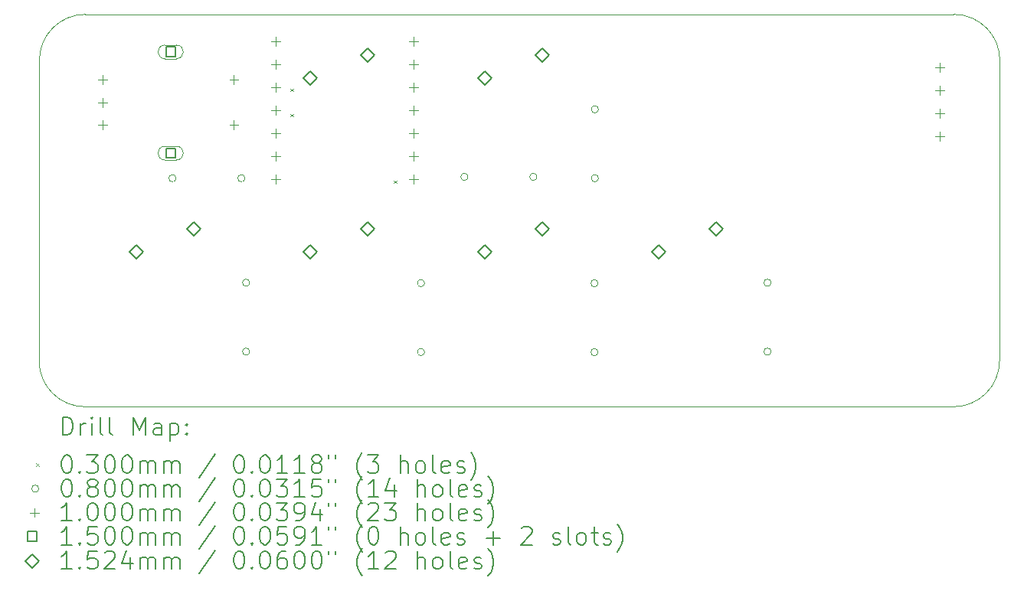
<source format=gbr>
%TF.GenerationSoftware,KiCad,Pcbnew,8.0.6*%
%TF.CreationDate,2024-10-22T23:25:21+01:00*%
%TF.ProjectId,hello22,68656c6c-6f32-4322-9e6b-696361645f70,rev?*%
%TF.SameCoordinates,Original*%
%TF.FileFunction,Drillmap*%
%TF.FilePolarity,Positive*%
%FSLAX45Y45*%
G04 Gerber Fmt 4.5, Leading zero omitted, Abs format (unit mm)*
G04 Created by KiCad (PCBNEW 8.0.6) date 2024-10-22 23:25:21*
%MOMM*%
%LPD*%
G01*
G04 APERTURE LIST*
%ADD10C,0.050000*%
%ADD11C,0.200000*%
%ADD12C,0.100000*%
%ADD13C,0.150000*%
%ADD14C,0.152400*%
G04 APERTURE END LIST*
D10*
X5794810Y-9630210D02*
X15396010Y-9630210D01*
X15904010Y-10138210D02*
X15900400Y-13462000D01*
X5283200Y-13462000D02*
X5286810Y-10138210D01*
X15900400Y-13462000D02*
G75*
G02*
X15392400Y-13970000I-508000J0D01*
G01*
X5791200Y-13970000D02*
G75*
G02*
X5283200Y-13462000I0J508000D01*
G01*
X15392400Y-13970000D02*
X5791200Y-13970000D01*
X5286810Y-10138210D02*
G75*
G02*
X5794810Y-9630210I508000J0D01*
G01*
X15396010Y-9630210D02*
G75*
G02*
X15904010Y-10138210I0J-508000D01*
G01*
D11*
D12*
X8062200Y-10449800D02*
X8092200Y-10479800D01*
X8092200Y-10449800D02*
X8062200Y-10479800D01*
X8062200Y-10729200D02*
X8092200Y-10759200D01*
X8092200Y-10729200D02*
X8062200Y-10759200D01*
X9205200Y-11465800D02*
X9235200Y-11495800D01*
X9235200Y-11465800D02*
X9205200Y-11495800D01*
X6796400Y-11442700D02*
G75*
G02*
X6716400Y-11442700I-40000J0D01*
G01*
X6716400Y-11442700D02*
G75*
G02*
X6796400Y-11442700I40000J0D01*
G01*
X7558400Y-11442700D02*
G75*
G02*
X7478400Y-11442700I-40000J0D01*
G01*
X7478400Y-11442700D02*
G75*
G02*
X7558400Y-11442700I40000J0D01*
G01*
X7611740Y-12598400D02*
G75*
G02*
X7531740Y-12598400I-40000J0D01*
G01*
X7531740Y-12598400D02*
G75*
G02*
X7611740Y-12598400I40000J0D01*
G01*
X7611740Y-13360400D02*
G75*
G02*
X7531740Y-13360400I-40000J0D01*
G01*
X7531740Y-13360400D02*
G75*
G02*
X7611740Y-13360400I40000J0D01*
G01*
X9544680Y-12603480D02*
G75*
G02*
X9464680Y-12603480I-40000J0D01*
G01*
X9464680Y-12603480D02*
G75*
G02*
X9544680Y-12603480I40000J0D01*
G01*
X9544680Y-13365480D02*
G75*
G02*
X9464680Y-13365480I-40000J0D01*
G01*
X9464680Y-13365480D02*
G75*
G02*
X9544680Y-13365480I40000J0D01*
G01*
X10024740Y-11427460D02*
G75*
G02*
X9944740Y-11427460I-40000J0D01*
G01*
X9944740Y-11427460D02*
G75*
G02*
X10024740Y-11427460I40000J0D01*
G01*
X10786740Y-11427460D02*
G75*
G02*
X10706740Y-11427460I-40000J0D01*
G01*
X10706740Y-11427460D02*
G75*
G02*
X10786740Y-11427460I40000J0D01*
G01*
X11462380Y-12603480D02*
G75*
G02*
X11382380Y-12603480I-40000J0D01*
G01*
X11382380Y-12603480D02*
G75*
G02*
X11462380Y-12603480I40000J0D01*
G01*
X11462380Y-13365480D02*
G75*
G02*
X11382380Y-13365480I-40000J0D01*
G01*
X11382380Y-13365480D02*
G75*
G02*
X11462380Y-13365480I40000J0D01*
G01*
X11467460Y-10680700D02*
G75*
G02*
X11387460Y-10680700I-40000J0D01*
G01*
X11387460Y-10680700D02*
G75*
G02*
X11467460Y-10680700I40000J0D01*
G01*
X11467460Y-11442700D02*
G75*
G02*
X11387460Y-11442700I-40000J0D01*
G01*
X11387460Y-11442700D02*
G75*
G02*
X11467460Y-11442700I40000J0D01*
G01*
X13375000Y-12598400D02*
G75*
G02*
X13295000Y-12598400I-40000J0D01*
G01*
X13295000Y-12598400D02*
G75*
G02*
X13375000Y-12598400I40000J0D01*
G01*
X13375000Y-13360400D02*
G75*
G02*
X13295000Y-13360400I-40000J0D01*
G01*
X13295000Y-13360400D02*
G75*
G02*
X13375000Y-13360400I40000J0D01*
G01*
X5987500Y-10305000D02*
X5987500Y-10405000D01*
X5937500Y-10355000D02*
X6037500Y-10355000D01*
X5987500Y-10555000D02*
X5987500Y-10655000D01*
X5937500Y-10605000D02*
X6037500Y-10605000D01*
X5987500Y-10805000D02*
X5987500Y-10905000D01*
X5937500Y-10855000D02*
X6037500Y-10855000D01*
X7437500Y-10305000D02*
X7437500Y-10405000D01*
X7387500Y-10355000D02*
X7487500Y-10355000D01*
X7437500Y-10805000D02*
X7437500Y-10905000D01*
X7387500Y-10855000D02*
X7487500Y-10855000D01*
X7898400Y-9876320D02*
X7898400Y-9976320D01*
X7848400Y-9926320D02*
X7948400Y-9926320D01*
X7898400Y-10130320D02*
X7898400Y-10230320D01*
X7848400Y-10180320D02*
X7948400Y-10180320D01*
X7898400Y-10384320D02*
X7898400Y-10484320D01*
X7848400Y-10434320D02*
X7948400Y-10434320D01*
X7898400Y-10638320D02*
X7898400Y-10738320D01*
X7848400Y-10688320D02*
X7948400Y-10688320D01*
X7898400Y-10892320D02*
X7898400Y-10992320D01*
X7848400Y-10942320D02*
X7948400Y-10942320D01*
X7898400Y-11146320D02*
X7898400Y-11246320D01*
X7848400Y-11196320D02*
X7948400Y-11196320D01*
X7898400Y-11400320D02*
X7898400Y-11500320D01*
X7848400Y-11450320D02*
X7948400Y-11450320D01*
X9423400Y-9876320D02*
X9423400Y-9976320D01*
X9373400Y-9926320D02*
X9473400Y-9926320D01*
X9423400Y-10130320D02*
X9423400Y-10230320D01*
X9373400Y-10180320D02*
X9473400Y-10180320D01*
X9423400Y-10384320D02*
X9423400Y-10484320D01*
X9373400Y-10434320D02*
X9473400Y-10434320D01*
X9423400Y-10638320D02*
X9423400Y-10738320D01*
X9373400Y-10688320D02*
X9473400Y-10688320D01*
X9423400Y-10892320D02*
X9423400Y-10992320D01*
X9373400Y-10942320D02*
X9473400Y-10942320D01*
X9423400Y-11146320D02*
X9423400Y-11246320D01*
X9373400Y-11196320D02*
X9473400Y-11196320D01*
X9423400Y-11400320D02*
X9423400Y-11500320D01*
X9373400Y-11450320D02*
X9473400Y-11450320D01*
X15236500Y-10168000D02*
X15236500Y-10268000D01*
X15186500Y-10218000D02*
X15286500Y-10218000D01*
X15236500Y-10422000D02*
X15236500Y-10522000D01*
X15186500Y-10472000D02*
X15286500Y-10472000D01*
X15236500Y-10676000D02*
X15236500Y-10776000D01*
X15186500Y-10726000D02*
X15286500Y-10726000D01*
X15236500Y-10930000D02*
X15236500Y-11030000D01*
X15186500Y-10980000D02*
X15286500Y-10980000D01*
D13*
X6790533Y-10098034D02*
X6790533Y-9991967D01*
X6684466Y-9991967D01*
X6684466Y-10098034D01*
X6790533Y-10098034D01*
D12*
X6672500Y-10120000D02*
X6802500Y-10120000D01*
X6802500Y-9970000D02*
G75*
G02*
X6802500Y-10120000I0J-75000D01*
G01*
X6802500Y-9970000D02*
X6672500Y-9970000D01*
X6672500Y-9970000D02*
G75*
G03*
X6672500Y-10120000I0J-75000D01*
G01*
D13*
X6790533Y-11218033D02*
X6790533Y-11111967D01*
X6684466Y-11111967D01*
X6684466Y-11218033D01*
X6790533Y-11218033D01*
D12*
X6672500Y-11240000D02*
X6802500Y-11240000D01*
X6802500Y-11090000D02*
G75*
G02*
X6802500Y-11240000I0J-75000D01*
G01*
X6802500Y-11090000D02*
X6672500Y-11090000D01*
X6672500Y-11090000D02*
G75*
G03*
X6672500Y-11240000I0J-75000D01*
G01*
D14*
X6356500Y-12334700D02*
X6432700Y-12258500D01*
X6356500Y-12182300D01*
X6280300Y-12258500D01*
X6356500Y-12334700D01*
X6991500Y-12080700D02*
X7067700Y-12004500D01*
X6991500Y-11928300D01*
X6915300Y-12004500D01*
X6991500Y-12080700D01*
X8281500Y-10409700D02*
X8357700Y-10333500D01*
X8281500Y-10257300D01*
X8205300Y-10333500D01*
X8281500Y-10409700D01*
X8281500Y-12334700D02*
X8357700Y-12258500D01*
X8281500Y-12182300D01*
X8205300Y-12258500D01*
X8281500Y-12334700D01*
X8916500Y-10155700D02*
X8992700Y-10079500D01*
X8916500Y-10003300D01*
X8840300Y-10079500D01*
X8916500Y-10155700D01*
X8916500Y-12080700D02*
X8992700Y-12004500D01*
X8916500Y-11928300D01*
X8840300Y-12004500D01*
X8916500Y-12080700D01*
X10206500Y-10409700D02*
X10282700Y-10333500D01*
X10206500Y-10257300D01*
X10130300Y-10333500D01*
X10206500Y-10409700D01*
X10206500Y-12334700D02*
X10282700Y-12258500D01*
X10206500Y-12182300D01*
X10130300Y-12258500D01*
X10206500Y-12334700D01*
X10841500Y-10155700D02*
X10917700Y-10079500D01*
X10841500Y-10003300D01*
X10765300Y-10079500D01*
X10841500Y-10155700D01*
X10841500Y-12080700D02*
X10917700Y-12004500D01*
X10841500Y-11928300D01*
X10765300Y-12004500D01*
X10841500Y-12080700D01*
X12131500Y-12334700D02*
X12207700Y-12258500D01*
X12131500Y-12182300D01*
X12055300Y-12258500D01*
X12131500Y-12334700D01*
X12766500Y-12080700D02*
X12842700Y-12004500D01*
X12766500Y-11928300D01*
X12690300Y-12004500D01*
X12766500Y-12080700D01*
D11*
X5541477Y-14283984D02*
X5541477Y-14083984D01*
X5541477Y-14083984D02*
X5589096Y-14083984D01*
X5589096Y-14083984D02*
X5617667Y-14093508D01*
X5617667Y-14093508D02*
X5636715Y-14112555D01*
X5636715Y-14112555D02*
X5646239Y-14131603D01*
X5646239Y-14131603D02*
X5655762Y-14169698D01*
X5655762Y-14169698D02*
X5655762Y-14198269D01*
X5655762Y-14198269D02*
X5646239Y-14236365D01*
X5646239Y-14236365D02*
X5636715Y-14255412D01*
X5636715Y-14255412D02*
X5617667Y-14274460D01*
X5617667Y-14274460D02*
X5589096Y-14283984D01*
X5589096Y-14283984D02*
X5541477Y-14283984D01*
X5741477Y-14283984D02*
X5741477Y-14150650D01*
X5741477Y-14188746D02*
X5751001Y-14169698D01*
X5751001Y-14169698D02*
X5760524Y-14160174D01*
X5760524Y-14160174D02*
X5779572Y-14150650D01*
X5779572Y-14150650D02*
X5798620Y-14150650D01*
X5865286Y-14283984D02*
X5865286Y-14150650D01*
X5865286Y-14083984D02*
X5855762Y-14093508D01*
X5855762Y-14093508D02*
X5865286Y-14103031D01*
X5865286Y-14103031D02*
X5874810Y-14093508D01*
X5874810Y-14093508D02*
X5865286Y-14083984D01*
X5865286Y-14083984D02*
X5865286Y-14103031D01*
X5989096Y-14283984D02*
X5970048Y-14274460D01*
X5970048Y-14274460D02*
X5960524Y-14255412D01*
X5960524Y-14255412D02*
X5960524Y-14083984D01*
X6093858Y-14283984D02*
X6074810Y-14274460D01*
X6074810Y-14274460D02*
X6065286Y-14255412D01*
X6065286Y-14255412D02*
X6065286Y-14083984D01*
X6322429Y-14283984D02*
X6322429Y-14083984D01*
X6322429Y-14083984D02*
X6389096Y-14226841D01*
X6389096Y-14226841D02*
X6455762Y-14083984D01*
X6455762Y-14083984D02*
X6455762Y-14283984D01*
X6636715Y-14283984D02*
X6636715Y-14179222D01*
X6636715Y-14179222D02*
X6627191Y-14160174D01*
X6627191Y-14160174D02*
X6608143Y-14150650D01*
X6608143Y-14150650D02*
X6570048Y-14150650D01*
X6570048Y-14150650D02*
X6551001Y-14160174D01*
X6636715Y-14274460D02*
X6617667Y-14283984D01*
X6617667Y-14283984D02*
X6570048Y-14283984D01*
X6570048Y-14283984D02*
X6551001Y-14274460D01*
X6551001Y-14274460D02*
X6541477Y-14255412D01*
X6541477Y-14255412D02*
X6541477Y-14236365D01*
X6541477Y-14236365D02*
X6551001Y-14217317D01*
X6551001Y-14217317D02*
X6570048Y-14207793D01*
X6570048Y-14207793D02*
X6617667Y-14207793D01*
X6617667Y-14207793D02*
X6636715Y-14198269D01*
X6731953Y-14150650D02*
X6731953Y-14350650D01*
X6731953Y-14160174D02*
X6751001Y-14150650D01*
X6751001Y-14150650D02*
X6789096Y-14150650D01*
X6789096Y-14150650D02*
X6808143Y-14160174D01*
X6808143Y-14160174D02*
X6817667Y-14169698D01*
X6817667Y-14169698D02*
X6827191Y-14188746D01*
X6827191Y-14188746D02*
X6827191Y-14245888D01*
X6827191Y-14245888D02*
X6817667Y-14264936D01*
X6817667Y-14264936D02*
X6808143Y-14274460D01*
X6808143Y-14274460D02*
X6789096Y-14283984D01*
X6789096Y-14283984D02*
X6751001Y-14283984D01*
X6751001Y-14283984D02*
X6731953Y-14274460D01*
X6912905Y-14264936D02*
X6922429Y-14274460D01*
X6922429Y-14274460D02*
X6912905Y-14283984D01*
X6912905Y-14283984D02*
X6903382Y-14274460D01*
X6903382Y-14274460D02*
X6912905Y-14264936D01*
X6912905Y-14264936D02*
X6912905Y-14283984D01*
X6912905Y-14160174D02*
X6922429Y-14169698D01*
X6922429Y-14169698D02*
X6912905Y-14179222D01*
X6912905Y-14179222D02*
X6903382Y-14169698D01*
X6903382Y-14169698D02*
X6912905Y-14160174D01*
X6912905Y-14160174D02*
X6912905Y-14179222D01*
D12*
X5250700Y-14597500D02*
X5280700Y-14627500D01*
X5280700Y-14597500D02*
X5250700Y-14627500D01*
D11*
X5579572Y-14503984D02*
X5598620Y-14503984D01*
X5598620Y-14503984D02*
X5617667Y-14513508D01*
X5617667Y-14513508D02*
X5627191Y-14523031D01*
X5627191Y-14523031D02*
X5636715Y-14542079D01*
X5636715Y-14542079D02*
X5646239Y-14580174D01*
X5646239Y-14580174D02*
X5646239Y-14627793D01*
X5646239Y-14627793D02*
X5636715Y-14665888D01*
X5636715Y-14665888D02*
X5627191Y-14684936D01*
X5627191Y-14684936D02*
X5617667Y-14694460D01*
X5617667Y-14694460D02*
X5598620Y-14703984D01*
X5598620Y-14703984D02*
X5579572Y-14703984D01*
X5579572Y-14703984D02*
X5560524Y-14694460D01*
X5560524Y-14694460D02*
X5551001Y-14684936D01*
X5551001Y-14684936D02*
X5541477Y-14665888D01*
X5541477Y-14665888D02*
X5531953Y-14627793D01*
X5531953Y-14627793D02*
X5531953Y-14580174D01*
X5531953Y-14580174D02*
X5541477Y-14542079D01*
X5541477Y-14542079D02*
X5551001Y-14523031D01*
X5551001Y-14523031D02*
X5560524Y-14513508D01*
X5560524Y-14513508D02*
X5579572Y-14503984D01*
X5731953Y-14684936D02*
X5741477Y-14694460D01*
X5741477Y-14694460D02*
X5731953Y-14703984D01*
X5731953Y-14703984D02*
X5722429Y-14694460D01*
X5722429Y-14694460D02*
X5731953Y-14684936D01*
X5731953Y-14684936D02*
X5731953Y-14703984D01*
X5808143Y-14503984D02*
X5931953Y-14503984D01*
X5931953Y-14503984D02*
X5865286Y-14580174D01*
X5865286Y-14580174D02*
X5893858Y-14580174D01*
X5893858Y-14580174D02*
X5912905Y-14589698D01*
X5912905Y-14589698D02*
X5922429Y-14599222D01*
X5922429Y-14599222D02*
X5931953Y-14618269D01*
X5931953Y-14618269D02*
X5931953Y-14665888D01*
X5931953Y-14665888D02*
X5922429Y-14684936D01*
X5922429Y-14684936D02*
X5912905Y-14694460D01*
X5912905Y-14694460D02*
X5893858Y-14703984D01*
X5893858Y-14703984D02*
X5836715Y-14703984D01*
X5836715Y-14703984D02*
X5817667Y-14694460D01*
X5817667Y-14694460D02*
X5808143Y-14684936D01*
X6055762Y-14503984D02*
X6074810Y-14503984D01*
X6074810Y-14503984D02*
X6093858Y-14513508D01*
X6093858Y-14513508D02*
X6103382Y-14523031D01*
X6103382Y-14523031D02*
X6112905Y-14542079D01*
X6112905Y-14542079D02*
X6122429Y-14580174D01*
X6122429Y-14580174D02*
X6122429Y-14627793D01*
X6122429Y-14627793D02*
X6112905Y-14665888D01*
X6112905Y-14665888D02*
X6103382Y-14684936D01*
X6103382Y-14684936D02*
X6093858Y-14694460D01*
X6093858Y-14694460D02*
X6074810Y-14703984D01*
X6074810Y-14703984D02*
X6055762Y-14703984D01*
X6055762Y-14703984D02*
X6036715Y-14694460D01*
X6036715Y-14694460D02*
X6027191Y-14684936D01*
X6027191Y-14684936D02*
X6017667Y-14665888D01*
X6017667Y-14665888D02*
X6008143Y-14627793D01*
X6008143Y-14627793D02*
X6008143Y-14580174D01*
X6008143Y-14580174D02*
X6017667Y-14542079D01*
X6017667Y-14542079D02*
X6027191Y-14523031D01*
X6027191Y-14523031D02*
X6036715Y-14513508D01*
X6036715Y-14513508D02*
X6055762Y-14503984D01*
X6246239Y-14503984D02*
X6265286Y-14503984D01*
X6265286Y-14503984D02*
X6284334Y-14513508D01*
X6284334Y-14513508D02*
X6293858Y-14523031D01*
X6293858Y-14523031D02*
X6303382Y-14542079D01*
X6303382Y-14542079D02*
X6312905Y-14580174D01*
X6312905Y-14580174D02*
X6312905Y-14627793D01*
X6312905Y-14627793D02*
X6303382Y-14665888D01*
X6303382Y-14665888D02*
X6293858Y-14684936D01*
X6293858Y-14684936D02*
X6284334Y-14694460D01*
X6284334Y-14694460D02*
X6265286Y-14703984D01*
X6265286Y-14703984D02*
X6246239Y-14703984D01*
X6246239Y-14703984D02*
X6227191Y-14694460D01*
X6227191Y-14694460D02*
X6217667Y-14684936D01*
X6217667Y-14684936D02*
X6208143Y-14665888D01*
X6208143Y-14665888D02*
X6198620Y-14627793D01*
X6198620Y-14627793D02*
X6198620Y-14580174D01*
X6198620Y-14580174D02*
X6208143Y-14542079D01*
X6208143Y-14542079D02*
X6217667Y-14523031D01*
X6217667Y-14523031D02*
X6227191Y-14513508D01*
X6227191Y-14513508D02*
X6246239Y-14503984D01*
X6398620Y-14703984D02*
X6398620Y-14570650D01*
X6398620Y-14589698D02*
X6408143Y-14580174D01*
X6408143Y-14580174D02*
X6427191Y-14570650D01*
X6427191Y-14570650D02*
X6455763Y-14570650D01*
X6455763Y-14570650D02*
X6474810Y-14580174D01*
X6474810Y-14580174D02*
X6484334Y-14599222D01*
X6484334Y-14599222D02*
X6484334Y-14703984D01*
X6484334Y-14599222D02*
X6493858Y-14580174D01*
X6493858Y-14580174D02*
X6512905Y-14570650D01*
X6512905Y-14570650D02*
X6541477Y-14570650D01*
X6541477Y-14570650D02*
X6560524Y-14580174D01*
X6560524Y-14580174D02*
X6570048Y-14599222D01*
X6570048Y-14599222D02*
X6570048Y-14703984D01*
X6665286Y-14703984D02*
X6665286Y-14570650D01*
X6665286Y-14589698D02*
X6674810Y-14580174D01*
X6674810Y-14580174D02*
X6693858Y-14570650D01*
X6693858Y-14570650D02*
X6722429Y-14570650D01*
X6722429Y-14570650D02*
X6741477Y-14580174D01*
X6741477Y-14580174D02*
X6751001Y-14599222D01*
X6751001Y-14599222D02*
X6751001Y-14703984D01*
X6751001Y-14599222D02*
X6760524Y-14580174D01*
X6760524Y-14580174D02*
X6779572Y-14570650D01*
X6779572Y-14570650D02*
X6808143Y-14570650D01*
X6808143Y-14570650D02*
X6827191Y-14580174D01*
X6827191Y-14580174D02*
X6836715Y-14599222D01*
X6836715Y-14599222D02*
X6836715Y-14703984D01*
X7227191Y-14494460D02*
X7055763Y-14751603D01*
X7484334Y-14503984D02*
X7503382Y-14503984D01*
X7503382Y-14503984D02*
X7522429Y-14513508D01*
X7522429Y-14513508D02*
X7531953Y-14523031D01*
X7531953Y-14523031D02*
X7541477Y-14542079D01*
X7541477Y-14542079D02*
X7551001Y-14580174D01*
X7551001Y-14580174D02*
X7551001Y-14627793D01*
X7551001Y-14627793D02*
X7541477Y-14665888D01*
X7541477Y-14665888D02*
X7531953Y-14684936D01*
X7531953Y-14684936D02*
X7522429Y-14694460D01*
X7522429Y-14694460D02*
X7503382Y-14703984D01*
X7503382Y-14703984D02*
X7484334Y-14703984D01*
X7484334Y-14703984D02*
X7465286Y-14694460D01*
X7465286Y-14694460D02*
X7455763Y-14684936D01*
X7455763Y-14684936D02*
X7446239Y-14665888D01*
X7446239Y-14665888D02*
X7436715Y-14627793D01*
X7436715Y-14627793D02*
X7436715Y-14580174D01*
X7436715Y-14580174D02*
X7446239Y-14542079D01*
X7446239Y-14542079D02*
X7455763Y-14523031D01*
X7455763Y-14523031D02*
X7465286Y-14513508D01*
X7465286Y-14513508D02*
X7484334Y-14503984D01*
X7636715Y-14684936D02*
X7646239Y-14694460D01*
X7646239Y-14694460D02*
X7636715Y-14703984D01*
X7636715Y-14703984D02*
X7627191Y-14694460D01*
X7627191Y-14694460D02*
X7636715Y-14684936D01*
X7636715Y-14684936D02*
X7636715Y-14703984D01*
X7770048Y-14503984D02*
X7789096Y-14503984D01*
X7789096Y-14503984D02*
X7808144Y-14513508D01*
X7808144Y-14513508D02*
X7817667Y-14523031D01*
X7817667Y-14523031D02*
X7827191Y-14542079D01*
X7827191Y-14542079D02*
X7836715Y-14580174D01*
X7836715Y-14580174D02*
X7836715Y-14627793D01*
X7836715Y-14627793D02*
X7827191Y-14665888D01*
X7827191Y-14665888D02*
X7817667Y-14684936D01*
X7817667Y-14684936D02*
X7808144Y-14694460D01*
X7808144Y-14694460D02*
X7789096Y-14703984D01*
X7789096Y-14703984D02*
X7770048Y-14703984D01*
X7770048Y-14703984D02*
X7751001Y-14694460D01*
X7751001Y-14694460D02*
X7741477Y-14684936D01*
X7741477Y-14684936D02*
X7731953Y-14665888D01*
X7731953Y-14665888D02*
X7722429Y-14627793D01*
X7722429Y-14627793D02*
X7722429Y-14580174D01*
X7722429Y-14580174D02*
X7731953Y-14542079D01*
X7731953Y-14542079D02*
X7741477Y-14523031D01*
X7741477Y-14523031D02*
X7751001Y-14513508D01*
X7751001Y-14513508D02*
X7770048Y-14503984D01*
X8027191Y-14703984D02*
X7912906Y-14703984D01*
X7970048Y-14703984D02*
X7970048Y-14503984D01*
X7970048Y-14503984D02*
X7951001Y-14532555D01*
X7951001Y-14532555D02*
X7931953Y-14551603D01*
X7931953Y-14551603D02*
X7912906Y-14561127D01*
X8217667Y-14703984D02*
X8103382Y-14703984D01*
X8160525Y-14703984D02*
X8160525Y-14503984D01*
X8160525Y-14503984D02*
X8141477Y-14532555D01*
X8141477Y-14532555D02*
X8122429Y-14551603D01*
X8122429Y-14551603D02*
X8103382Y-14561127D01*
X8331953Y-14589698D02*
X8312906Y-14580174D01*
X8312906Y-14580174D02*
X8303382Y-14570650D01*
X8303382Y-14570650D02*
X8293858Y-14551603D01*
X8293858Y-14551603D02*
X8293858Y-14542079D01*
X8293858Y-14542079D02*
X8303382Y-14523031D01*
X8303382Y-14523031D02*
X8312906Y-14513508D01*
X8312906Y-14513508D02*
X8331953Y-14503984D01*
X8331953Y-14503984D02*
X8370048Y-14503984D01*
X8370048Y-14503984D02*
X8389096Y-14513508D01*
X8389096Y-14513508D02*
X8398620Y-14523031D01*
X8398620Y-14523031D02*
X8408144Y-14542079D01*
X8408144Y-14542079D02*
X8408144Y-14551603D01*
X8408144Y-14551603D02*
X8398620Y-14570650D01*
X8398620Y-14570650D02*
X8389096Y-14580174D01*
X8389096Y-14580174D02*
X8370048Y-14589698D01*
X8370048Y-14589698D02*
X8331953Y-14589698D01*
X8331953Y-14589698D02*
X8312906Y-14599222D01*
X8312906Y-14599222D02*
X8303382Y-14608746D01*
X8303382Y-14608746D02*
X8293858Y-14627793D01*
X8293858Y-14627793D02*
X8293858Y-14665888D01*
X8293858Y-14665888D02*
X8303382Y-14684936D01*
X8303382Y-14684936D02*
X8312906Y-14694460D01*
X8312906Y-14694460D02*
X8331953Y-14703984D01*
X8331953Y-14703984D02*
X8370048Y-14703984D01*
X8370048Y-14703984D02*
X8389096Y-14694460D01*
X8389096Y-14694460D02*
X8398620Y-14684936D01*
X8398620Y-14684936D02*
X8408144Y-14665888D01*
X8408144Y-14665888D02*
X8408144Y-14627793D01*
X8408144Y-14627793D02*
X8398620Y-14608746D01*
X8398620Y-14608746D02*
X8389096Y-14599222D01*
X8389096Y-14599222D02*
X8370048Y-14589698D01*
X8484334Y-14503984D02*
X8484334Y-14542079D01*
X8560525Y-14503984D02*
X8560525Y-14542079D01*
X8855763Y-14780174D02*
X8846239Y-14770650D01*
X8846239Y-14770650D02*
X8827191Y-14742079D01*
X8827191Y-14742079D02*
X8817668Y-14723031D01*
X8817668Y-14723031D02*
X8808144Y-14694460D01*
X8808144Y-14694460D02*
X8798620Y-14646841D01*
X8798620Y-14646841D02*
X8798620Y-14608746D01*
X8798620Y-14608746D02*
X8808144Y-14561127D01*
X8808144Y-14561127D02*
X8817668Y-14532555D01*
X8817668Y-14532555D02*
X8827191Y-14513508D01*
X8827191Y-14513508D02*
X8846239Y-14484936D01*
X8846239Y-14484936D02*
X8855763Y-14475412D01*
X8912906Y-14503984D02*
X9036715Y-14503984D01*
X9036715Y-14503984D02*
X8970049Y-14580174D01*
X8970049Y-14580174D02*
X8998620Y-14580174D01*
X8998620Y-14580174D02*
X9017668Y-14589698D01*
X9017668Y-14589698D02*
X9027191Y-14599222D01*
X9027191Y-14599222D02*
X9036715Y-14618269D01*
X9036715Y-14618269D02*
X9036715Y-14665888D01*
X9036715Y-14665888D02*
X9027191Y-14684936D01*
X9027191Y-14684936D02*
X9017668Y-14694460D01*
X9017668Y-14694460D02*
X8998620Y-14703984D01*
X8998620Y-14703984D02*
X8941477Y-14703984D01*
X8941477Y-14703984D02*
X8922430Y-14694460D01*
X8922430Y-14694460D02*
X8912906Y-14684936D01*
X9274811Y-14703984D02*
X9274811Y-14503984D01*
X9360525Y-14703984D02*
X9360525Y-14599222D01*
X9360525Y-14599222D02*
X9351001Y-14580174D01*
X9351001Y-14580174D02*
X9331953Y-14570650D01*
X9331953Y-14570650D02*
X9303382Y-14570650D01*
X9303382Y-14570650D02*
X9284334Y-14580174D01*
X9284334Y-14580174D02*
X9274811Y-14589698D01*
X9484334Y-14703984D02*
X9465287Y-14694460D01*
X9465287Y-14694460D02*
X9455763Y-14684936D01*
X9455763Y-14684936D02*
X9446239Y-14665888D01*
X9446239Y-14665888D02*
X9446239Y-14608746D01*
X9446239Y-14608746D02*
X9455763Y-14589698D01*
X9455763Y-14589698D02*
X9465287Y-14580174D01*
X9465287Y-14580174D02*
X9484334Y-14570650D01*
X9484334Y-14570650D02*
X9512906Y-14570650D01*
X9512906Y-14570650D02*
X9531953Y-14580174D01*
X9531953Y-14580174D02*
X9541477Y-14589698D01*
X9541477Y-14589698D02*
X9551001Y-14608746D01*
X9551001Y-14608746D02*
X9551001Y-14665888D01*
X9551001Y-14665888D02*
X9541477Y-14684936D01*
X9541477Y-14684936D02*
X9531953Y-14694460D01*
X9531953Y-14694460D02*
X9512906Y-14703984D01*
X9512906Y-14703984D02*
X9484334Y-14703984D01*
X9665287Y-14703984D02*
X9646239Y-14694460D01*
X9646239Y-14694460D02*
X9636715Y-14675412D01*
X9636715Y-14675412D02*
X9636715Y-14503984D01*
X9817668Y-14694460D02*
X9798620Y-14703984D01*
X9798620Y-14703984D02*
X9760525Y-14703984D01*
X9760525Y-14703984D02*
X9741477Y-14694460D01*
X9741477Y-14694460D02*
X9731953Y-14675412D01*
X9731953Y-14675412D02*
X9731953Y-14599222D01*
X9731953Y-14599222D02*
X9741477Y-14580174D01*
X9741477Y-14580174D02*
X9760525Y-14570650D01*
X9760525Y-14570650D02*
X9798620Y-14570650D01*
X9798620Y-14570650D02*
X9817668Y-14580174D01*
X9817668Y-14580174D02*
X9827192Y-14599222D01*
X9827192Y-14599222D02*
X9827192Y-14618269D01*
X9827192Y-14618269D02*
X9731953Y-14637317D01*
X9903382Y-14694460D02*
X9922430Y-14703984D01*
X9922430Y-14703984D02*
X9960525Y-14703984D01*
X9960525Y-14703984D02*
X9979573Y-14694460D01*
X9979573Y-14694460D02*
X9989096Y-14675412D01*
X9989096Y-14675412D02*
X9989096Y-14665888D01*
X9989096Y-14665888D02*
X9979573Y-14646841D01*
X9979573Y-14646841D02*
X9960525Y-14637317D01*
X9960525Y-14637317D02*
X9931953Y-14637317D01*
X9931953Y-14637317D02*
X9912906Y-14627793D01*
X9912906Y-14627793D02*
X9903382Y-14608746D01*
X9903382Y-14608746D02*
X9903382Y-14599222D01*
X9903382Y-14599222D02*
X9912906Y-14580174D01*
X9912906Y-14580174D02*
X9931953Y-14570650D01*
X9931953Y-14570650D02*
X9960525Y-14570650D01*
X9960525Y-14570650D02*
X9979573Y-14580174D01*
X10055763Y-14780174D02*
X10065287Y-14770650D01*
X10065287Y-14770650D02*
X10084334Y-14742079D01*
X10084334Y-14742079D02*
X10093858Y-14723031D01*
X10093858Y-14723031D02*
X10103382Y-14694460D01*
X10103382Y-14694460D02*
X10112906Y-14646841D01*
X10112906Y-14646841D02*
X10112906Y-14608746D01*
X10112906Y-14608746D02*
X10103382Y-14561127D01*
X10103382Y-14561127D02*
X10093858Y-14532555D01*
X10093858Y-14532555D02*
X10084334Y-14513508D01*
X10084334Y-14513508D02*
X10065287Y-14484936D01*
X10065287Y-14484936D02*
X10055763Y-14475412D01*
D12*
X5280700Y-14876500D02*
G75*
G02*
X5200700Y-14876500I-40000J0D01*
G01*
X5200700Y-14876500D02*
G75*
G02*
X5280700Y-14876500I40000J0D01*
G01*
D11*
X5579572Y-14767984D02*
X5598620Y-14767984D01*
X5598620Y-14767984D02*
X5617667Y-14777508D01*
X5617667Y-14777508D02*
X5627191Y-14787031D01*
X5627191Y-14787031D02*
X5636715Y-14806079D01*
X5636715Y-14806079D02*
X5646239Y-14844174D01*
X5646239Y-14844174D02*
X5646239Y-14891793D01*
X5646239Y-14891793D02*
X5636715Y-14929888D01*
X5636715Y-14929888D02*
X5627191Y-14948936D01*
X5627191Y-14948936D02*
X5617667Y-14958460D01*
X5617667Y-14958460D02*
X5598620Y-14967984D01*
X5598620Y-14967984D02*
X5579572Y-14967984D01*
X5579572Y-14967984D02*
X5560524Y-14958460D01*
X5560524Y-14958460D02*
X5551001Y-14948936D01*
X5551001Y-14948936D02*
X5541477Y-14929888D01*
X5541477Y-14929888D02*
X5531953Y-14891793D01*
X5531953Y-14891793D02*
X5531953Y-14844174D01*
X5531953Y-14844174D02*
X5541477Y-14806079D01*
X5541477Y-14806079D02*
X5551001Y-14787031D01*
X5551001Y-14787031D02*
X5560524Y-14777508D01*
X5560524Y-14777508D02*
X5579572Y-14767984D01*
X5731953Y-14948936D02*
X5741477Y-14958460D01*
X5741477Y-14958460D02*
X5731953Y-14967984D01*
X5731953Y-14967984D02*
X5722429Y-14958460D01*
X5722429Y-14958460D02*
X5731953Y-14948936D01*
X5731953Y-14948936D02*
X5731953Y-14967984D01*
X5855762Y-14853698D02*
X5836715Y-14844174D01*
X5836715Y-14844174D02*
X5827191Y-14834650D01*
X5827191Y-14834650D02*
X5817667Y-14815603D01*
X5817667Y-14815603D02*
X5817667Y-14806079D01*
X5817667Y-14806079D02*
X5827191Y-14787031D01*
X5827191Y-14787031D02*
X5836715Y-14777508D01*
X5836715Y-14777508D02*
X5855762Y-14767984D01*
X5855762Y-14767984D02*
X5893858Y-14767984D01*
X5893858Y-14767984D02*
X5912905Y-14777508D01*
X5912905Y-14777508D02*
X5922429Y-14787031D01*
X5922429Y-14787031D02*
X5931953Y-14806079D01*
X5931953Y-14806079D02*
X5931953Y-14815603D01*
X5931953Y-14815603D02*
X5922429Y-14834650D01*
X5922429Y-14834650D02*
X5912905Y-14844174D01*
X5912905Y-14844174D02*
X5893858Y-14853698D01*
X5893858Y-14853698D02*
X5855762Y-14853698D01*
X5855762Y-14853698D02*
X5836715Y-14863222D01*
X5836715Y-14863222D02*
X5827191Y-14872746D01*
X5827191Y-14872746D02*
X5817667Y-14891793D01*
X5817667Y-14891793D02*
X5817667Y-14929888D01*
X5817667Y-14929888D02*
X5827191Y-14948936D01*
X5827191Y-14948936D02*
X5836715Y-14958460D01*
X5836715Y-14958460D02*
X5855762Y-14967984D01*
X5855762Y-14967984D02*
X5893858Y-14967984D01*
X5893858Y-14967984D02*
X5912905Y-14958460D01*
X5912905Y-14958460D02*
X5922429Y-14948936D01*
X5922429Y-14948936D02*
X5931953Y-14929888D01*
X5931953Y-14929888D02*
X5931953Y-14891793D01*
X5931953Y-14891793D02*
X5922429Y-14872746D01*
X5922429Y-14872746D02*
X5912905Y-14863222D01*
X5912905Y-14863222D02*
X5893858Y-14853698D01*
X6055762Y-14767984D02*
X6074810Y-14767984D01*
X6074810Y-14767984D02*
X6093858Y-14777508D01*
X6093858Y-14777508D02*
X6103382Y-14787031D01*
X6103382Y-14787031D02*
X6112905Y-14806079D01*
X6112905Y-14806079D02*
X6122429Y-14844174D01*
X6122429Y-14844174D02*
X6122429Y-14891793D01*
X6122429Y-14891793D02*
X6112905Y-14929888D01*
X6112905Y-14929888D02*
X6103382Y-14948936D01*
X6103382Y-14948936D02*
X6093858Y-14958460D01*
X6093858Y-14958460D02*
X6074810Y-14967984D01*
X6074810Y-14967984D02*
X6055762Y-14967984D01*
X6055762Y-14967984D02*
X6036715Y-14958460D01*
X6036715Y-14958460D02*
X6027191Y-14948936D01*
X6027191Y-14948936D02*
X6017667Y-14929888D01*
X6017667Y-14929888D02*
X6008143Y-14891793D01*
X6008143Y-14891793D02*
X6008143Y-14844174D01*
X6008143Y-14844174D02*
X6017667Y-14806079D01*
X6017667Y-14806079D02*
X6027191Y-14787031D01*
X6027191Y-14787031D02*
X6036715Y-14777508D01*
X6036715Y-14777508D02*
X6055762Y-14767984D01*
X6246239Y-14767984D02*
X6265286Y-14767984D01*
X6265286Y-14767984D02*
X6284334Y-14777508D01*
X6284334Y-14777508D02*
X6293858Y-14787031D01*
X6293858Y-14787031D02*
X6303382Y-14806079D01*
X6303382Y-14806079D02*
X6312905Y-14844174D01*
X6312905Y-14844174D02*
X6312905Y-14891793D01*
X6312905Y-14891793D02*
X6303382Y-14929888D01*
X6303382Y-14929888D02*
X6293858Y-14948936D01*
X6293858Y-14948936D02*
X6284334Y-14958460D01*
X6284334Y-14958460D02*
X6265286Y-14967984D01*
X6265286Y-14967984D02*
X6246239Y-14967984D01*
X6246239Y-14967984D02*
X6227191Y-14958460D01*
X6227191Y-14958460D02*
X6217667Y-14948936D01*
X6217667Y-14948936D02*
X6208143Y-14929888D01*
X6208143Y-14929888D02*
X6198620Y-14891793D01*
X6198620Y-14891793D02*
X6198620Y-14844174D01*
X6198620Y-14844174D02*
X6208143Y-14806079D01*
X6208143Y-14806079D02*
X6217667Y-14787031D01*
X6217667Y-14787031D02*
X6227191Y-14777508D01*
X6227191Y-14777508D02*
X6246239Y-14767984D01*
X6398620Y-14967984D02*
X6398620Y-14834650D01*
X6398620Y-14853698D02*
X6408143Y-14844174D01*
X6408143Y-14844174D02*
X6427191Y-14834650D01*
X6427191Y-14834650D02*
X6455763Y-14834650D01*
X6455763Y-14834650D02*
X6474810Y-14844174D01*
X6474810Y-14844174D02*
X6484334Y-14863222D01*
X6484334Y-14863222D02*
X6484334Y-14967984D01*
X6484334Y-14863222D02*
X6493858Y-14844174D01*
X6493858Y-14844174D02*
X6512905Y-14834650D01*
X6512905Y-14834650D02*
X6541477Y-14834650D01*
X6541477Y-14834650D02*
X6560524Y-14844174D01*
X6560524Y-14844174D02*
X6570048Y-14863222D01*
X6570048Y-14863222D02*
X6570048Y-14967984D01*
X6665286Y-14967984D02*
X6665286Y-14834650D01*
X6665286Y-14853698D02*
X6674810Y-14844174D01*
X6674810Y-14844174D02*
X6693858Y-14834650D01*
X6693858Y-14834650D02*
X6722429Y-14834650D01*
X6722429Y-14834650D02*
X6741477Y-14844174D01*
X6741477Y-14844174D02*
X6751001Y-14863222D01*
X6751001Y-14863222D02*
X6751001Y-14967984D01*
X6751001Y-14863222D02*
X6760524Y-14844174D01*
X6760524Y-14844174D02*
X6779572Y-14834650D01*
X6779572Y-14834650D02*
X6808143Y-14834650D01*
X6808143Y-14834650D02*
X6827191Y-14844174D01*
X6827191Y-14844174D02*
X6836715Y-14863222D01*
X6836715Y-14863222D02*
X6836715Y-14967984D01*
X7227191Y-14758460D02*
X7055763Y-15015603D01*
X7484334Y-14767984D02*
X7503382Y-14767984D01*
X7503382Y-14767984D02*
X7522429Y-14777508D01*
X7522429Y-14777508D02*
X7531953Y-14787031D01*
X7531953Y-14787031D02*
X7541477Y-14806079D01*
X7541477Y-14806079D02*
X7551001Y-14844174D01*
X7551001Y-14844174D02*
X7551001Y-14891793D01*
X7551001Y-14891793D02*
X7541477Y-14929888D01*
X7541477Y-14929888D02*
X7531953Y-14948936D01*
X7531953Y-14948936D02*
X7522429Y-14958460D01*
X7522429Y-14958460D02*
X7503382Y-14967984D01*
X7503382Y-14967984D02*
X7484334Y-14967984D01*
X7484334Y-14967984D02*
X7465286Y-14958460D01*
X7465286Y-14958460D02*
X7455763Y-14948936D01*
X7455763Y-14948936D02*
X7446239Y-14929888D01*
X7446239Y-14929888D02*
X7436715Y-14891793D01*
X7436715Y-14891793D02*
X7436715Y-14844174D01*
X7436715Y-14844174D02*
X7446239Y-14806079D01*
X7446239Y-14806079D02*
X7455763Y-14787031D01*
X7455763Y-14787031D02*
X7465286Y-14777508D01*
X7465286Y-14777508D02*
X7484334Y-14767984D01*
X7636715Y-14948936D02*
X7646239Y-14958460D01*
X7646239Y-14958460D02*
X7636715Y-14967984D01*
X7636715Y-14967984D02*
X7627191Y-14958460D01*
X7627191Y-14958460D02*
X7636715Y-14948936D01*
X7636715Y-14948936D02*
X7636715Y-14967984D01*
X7770048Y-14767984D02*
X7789096Y-14767984D01*
X7789096Y-14767984D02*
X7808144Y-14777508D01*
X7808144Y-14777508D02*
X7817667Y-14787031D01*
X7817667Y-14787031D02*
X7827191Y-14806079D01*
X7827191Y-14806079D02*
X7836715Y-14844174D01*
X7836715Y-14844174D02*
X7836715Y-14891793D01*
X7836715Y-14891793D02*
X7827191Y-14929888D01*
X7827191Y-14929888D02*
X7817667Y-14948936D01*
X7817667Y-14948936D02*
X7808144Y-14958460D01*
X7808144Y-14958460D02*
X7789096Y-14967984D01*
X7789096Y-14967984D02*
X7770048Y-14967984D01*
X7770048Y-14967984D02*
X7751001Y-14958460D01*
X7751001Y-14958460D02*
X7741477Y-14948936D01*
X7741477Y-14948936D02*
X7731953Y-14929888D01*
X7731953Y-14929888D02*
X7722429Y-14891793D01*
X7722429Y-14891793D02*
X7722429Y-14844174D01*
X7722429Y-14844174D02*
X7731953Y-14806079D01*
X7731953Y-14806079D02*
X7741477Y-14787031D01*
X7741477Y-14787031D02*
X7751001Y-14777508D01*
X7751001Y-14777508D02*
X7770048Y-14767984D01*
X7903382Y-14767984D02*
X8027191Y-14767984D01*
X8027191Y-14767984D02*
X7960525Y-14844174D01*
X7960525Y-14844174D02*
X7989096Y-14844174D01*
X7989096Y-14844174D02*
X8008144Y-14853698D01*
X8008144Y-14853698D02*
X8017667Y-14863222D01*
X8017667Y-14863222D02*
X8027191Y-14882269D01*
X8027191Y-14882269D02*
X8027191Y-14929888D01*
X8027191Y-14929888D02*
X8017667Y-14948936D01*
X8017667Y-14948936D02*
X8008144Y-14958460D01*
X8008144Y-14958460D02*
X7989096Y-14967984D01*
X7989096Y-14967984D02*
X7931953Y-14967984D01*
X7931953Y-14967984D02*
X7912906Y-14958460D01*
X7912906Y-14958460D02*
X7903382Y-14948936D01*
X8217667Y-14967984D02*
X8103382Y-14967984D01*
X8160525Y-14967984D02*
X8160525Y-14767984D01*
X8160525Y-14767984D02*
X8141477Y-14796555D01*
X8141477Y-14796555D02*
X8122429Y-14815603D01*
X8122429Y-14815603D02*
X8103382Y-14825127D01*
X8398620Y-14767984D02*
X8303382Y-14767984D01*
X8303382Y-14767984D02*
X8293858Y-14863222D01*
X8293858Y-14863222D02*
X8303382Y-14853698D01*
X8303382Y-14853698D02*
X8322429Y-14844174D01*
X8322429Y-14844174D02*
X8370048Y-14844174D01*
X8370048Y-14844174D02*
X8389096Y-14853698D01*
X8389096Y-14853698D02*
X8398620Y-14863222D01*
X8398620Y-14863222D02*
X8408144Y-14882269D01*
X8408144Y-14882269D02*
X8408144Y-14929888D01*
X8408144Y-14929888D02*
X8398620Y-14948936D01*
X8398620Y-14948936D02*
X8389096Y-14958460D01*
X8389096Y-14958460D02*
X8370048Y-14967984D01*
X8370048Y-14967984D02*
X8322429Y-14967984D01*
X8322429Y-14967984D02*
X8303382Y-14958460D01*
X8303382Y-14958460D02*
X8293858Y-14948936D01*
X8484334Y-14767984D02*
X8484334Y-14806079D01*
X8560525Y-14767984D02*
X8560525Y-14806079D01*
X8855763Y-15044174D02*
X8846239Y-15034650D01*
X8846239Y-15034650D02*
X8827191Y-15006079D01*
X8827191Y-15006079D02*
X8817668Y-14987031D01*
X8817668Y-14987031D02*
X8808144Y-14958460D01*
X8808144Y-14958460D02*
X8798620Y-14910841D01*
X8798620Y-14910841D02*
X8798620Y-14872746D01*
X8798620Y-14872746D02*
X8808144Y-14825127D01*
X8808144Y-14825127D02*
X8817668Y-14796555D01*
X8817668Y-14796555D02*
X8827191Y-14777508D01*
X8827191Y-14777508D02*
X8846239Y-14748936D01*
X8846239Y-14748936D02*
X8855763Y-14739412D01*
X9036715Y-14967984D02*
X8922430Y-14967984D01*
X8979572Y-14967984D02*
X8979572Y-14767984D01*
X8979572Y-14767984D02*
X8960525Y-14796555D01*
X8960525Y-14796555D02*
X8941477Y-14815603D01*
X8941477Y-14815603D02*
X8922430Y-14825127D01*
X9208144Y-14834650D02*
X9208144Y-14967984D01*
X9160525Y-14758460D02*
X9112906Y-14901317D01*
X9112906Y-14901317D02*
X9236715Y-14901317D01*
X9465287Y-14967984D02*
X9465287Y-14767984D01*
X9551001Y-14967984D02*
X9551001Y-14863222D01*
X9551001Y-14863222D02*
X9541477Y-14844174D01*
X9541477Y-14844174D02*
X9522430Y-14834650D01*
X9522430Y-14834650D02*
X9493858Y-14834650D01*
X9493858Y-14834650D02*
X9474811Y-14844174D01*
X9474811Y-14844174D02*
X9465287Y-14853698D01*
X9674811Y-14967984D02*
X9655763Y-14958460D01*
X9655763Y-14958460D02*
X9646239Y-14948936D01*
X9646239Y-14948936D02*
X9636715Y-14929888D01*
X9636715Y-14929888D02*
X9636715Y-14872746D01*
X9636715Y-14872746D02*
X9646239Y-14853698D01*
X9646239Y-14853698D02*
X9655763Y-14844174D01*
X9655763Y-14844174D02*
X9674811Y-14834650D01*
X9674811Y-14834650D02*
X9703382Y-14834650D01*
X9703382Y-14834650D02*
X9722430Y-14844174D01*
X9722430Y-14844174D02*
X9731953Y-14853698D01*
X9731953Y-14853698D02*
X9741477Y-14872746D01*
X9741477Y-14872746D02*
X9741477Y-14929888D01*
X9741477Y-14929888D02*
X9731953Y-14948936D01*
X9731953Y-14948936D02*
X9722430Y-14958460D01*
X9722430Y-14958460D02*
X9703382Y-14967984D01*
X9703382Y-14967984D02*
X9674811Y-14967984D01*
X9855763Y-14967984D02*
X9836715Y-14958460D01*
X9836715Y-14958460D02*
X9827192Y-14939412D01*
X9827192Y-14939412D02*
X9827192Y-14767984D01*
X10008144Y-14958460D02*
X9989096Y-14967984D01*
X9989096Y-14967984D02*
X9951001Y-14967984D01*
X9951001Y-14967984D02*
X9931953Y-14958460D01*
X9931953Y-14958460D02*
X9922430Y-14939412D01*
X9922430Y-14939412D02*
X9922430Y-14863222D01*
X9922430Y-14863222D02*
X9931953Y-14844174D01*
X9931953Y-14844174D02*
X9951001Y-14834650D01*
X9951001Y-14834650D02*
X9989096Y-14834650D01*
X9989096Y-14834650D02*
X10008144Y-14844174D01*
X10008144Y-14844174D02*
X10017668Y-14863222D01*
X10017668Y-14863222D02*
X10017668Y-14882269D01*
X10017668Y-14882269D02*
X9922430Y-14901317D01*
X10093858Y-14958460D02*
X10112906Y-14967984D01*
X10112906Y-14967984D02*
X10151001Y-14967984D01*
X10151001Y-14967984D02*
X10170049Y-14958460D01*
X10170049Y-14958460D02*
X10179573Y-14939412D01*
X10179573Y-14939412D02*
X10179573Y-14929888D01*
X10179573Y-14929888D02*
X10170049Y-14910841D01*
X10170049Y-14910841D02*
X10151001Y-14901317D01*
X10151001Y-14901317D02*
X10122430Y-14901317D01*
X10122430Y-14901317D02*
X10103382Y-14891793D01*
X10103382Y-14891793D02*
X10093858Y-14872746D01*
X10093858Y-14872746D02*
X10093858Y-14863222D01*
X10093858Y-14863222D02*
X10103382Y-14844174D01*
X10103382Y-14844174D02*
X10122430Y-14834650D01*
X10122430Y-14834650D02*
X10151001Y-14834650D01*
X10151001Y-14834650D02*
X10170049Y-14844174D01*
X10246239Y-15044174D02*
X10255763Y-15034650D01*
X10255763Y-15034650D02*
X10274811Y-15006079D01*
X10274811Y-15006079D02*
X10284334Y-14987031D01*
X10284334Y-14987031D02*
X10293858Y-14958460D01*
X10293858Y-14958460D02*
X10303382Y-14910841D01*
X10303382Y-14910841D02*
X10303382Y-14872746D01*
X10303382Y-14872746D02*
X10293858Y-14825127D01*
X10293858Y-14825127D02*
X10284334Y-14796555D01*
X10284334Y-14796555D02*
X10274811Y-14777508D01*
X10274811Y-14777508D02*
X10255763Y-14748936D01*
X10255763Y-14748936D02*
X10246239Y-14739412D01*
D12*
X5230700Y-15090500D02*
X5230700Y-15190500D01*
X5180700Y-15140500D02*
X5280700Y-15140500D01*
D11*
X5646239Y-15231984D02*
X5531953Y-15231984D01*
X5589096Y-15231984D02*
X5589096Y-15031984D01*
X5589096Y-15031984D02*
X5570048Y-15060555D01*
X5570048Y-15060555D02*
X5551001Y-15079603D01*
X5551001Y-15079603D02*
X5531953Y-15089127D01*
X5731953Y-15212936D02*
X5741477Y-15222460D01*
X5741477Y-15222460D02*
X5731953Y-15231984D01*
X5731953Y-15231984D02*
X5722429Y-15222460D01*
X5722429Y-15222460D02*
X5731953Y-15212936D01*
X5731953Y-15212936D02*
X5731953Y-15231984D01*
X5865286Y-15031984D02*
X5884334Y-15031984D01*
X5884334Y-15031984D02*
X5903382Y-15041508D01*
X5903382Y-15041508D02*
X5912905Y-15051031D01*
X5912905Y-15051031D02*
X5922429Y-15070079D01*
X5922429Y-15070079D02*
X5931953Y-15108174D01*
X5931953Y-15108174D02*
X5931953Y-15155793D01*
X5931953Y-15155793D02*
X5922429Y-15193888D01*
X5922429Y-15193888D02*
X5912905Y-15212936D01*
X5912905Y-15212936D02*
X5903382Y-15222460D01*
X5903382Y-15222460D02*
X5884334Y-15231984D01*
X5884334Y-15231984D02*
X5865286Y-15231984D01*
X5865286Y-15231984D02*
X5846239Y-15222460D01*
X5846239Y-15222460D02*
X5836715Y-15212936D01*
X5836715Y-15212936D02*
X5827191Y-15193888D01*
X5827191Y-15193888D02*
X5817667Y-15155793D01*
X5817667Y-15155793D02*
X5817667Y-15108174D01*
X5817667Y-15108174D02*
X5827191Y-15070079D01*
X5827191Y-15070079D02*
X5836715Y-15051031D01*
X5836715Y-15051031D02*
X5846239Y-15041508D01*
X5846239Y-15041508D02*
X5865286Y-15031984D01*
X6055762Y-15031984D02*
X6074810Y-15031984D01*
X6074810Y-15031984D02*
X6093858Y-15041508D01*
X6093858Y-15041508D02*
X6103382Y-15051031D01*
X6103382Y-15051031D02*
X6112905Y-15070079D01*
X6112905Y-15070079D02*
X6122429Y-15108174D01*
X6122429Y-15108174D02*
X6122429Y-15155793D01*
X6122429Y-15155793D02*
X6112905Y-15193888D01*
X6112905Y-15193888D02*
X6103382Y-15212936D01*
X6103382Y-15212936D02*
X6093858Y-15222460D01*
X6093858Y-15222460D02*
X6074810Y-15231984D01*
X6074810Y-15231984D02*
X6055762Y-15231984D01*
X6055762Y-15231984D02*
X6036715Y-15222460D01*
X6036715Y-15222460D02*
X6027191Y-15212936D01*
X6027191Y-15212936D02*
X6017667Y-15193888D01*
X6017667Y-15193888D02*
X6008143Y-15155793D01*
X6008143Y-15155793D02*
X6008143Y-15108174D01*
X6008143Y-15108174D02*
X6017667Y-15070079D01*
X6017667Y-15070079D02*
X6027191Y-15051031D01*
X6027191Y-15051031D02*
X6036715Y-15041508D01*
X6036715Y-15041508D02*
X6055762Y-15031984D01*
X6246239Y-15031984D02*
X6265286Y-15031984D01*
X6265286Y-15031984D02*
X6284334Y-15041508D01*
X6284334Y-15041508D02*
X6293858Y-15051031D01*
X6293858Y-15051031D02*
X6303382Y-15070079D01*
X6303382Y-15070079D02*
X6312905Y-15108174D01*
X6312905Y-15108174D02*
X6312905Y-15155793D01*
X6312905Y-15155793D02*
X6303382Y-15193888D01*
X6303382Y-15193888D02*
X6293858Y-15212936D01*
X6293858Y-15212936D02*
X6284334Y-15222460D01*
X6284334Y-15222460D02*
X6265286Y-15231984D01*
X6265286Y-15231984D02*
X6246239Y-15231984D01*
X6246239Y-15231984D02*
X6227191Y-15222460D01*
X6227191Y-15222460D02*
X6217667Y-15212936D01*
X6217667Y-15212936D02*
X6208143Y-15193888D01*
X6208143Y-15193888D02*
X6198620Y-15155793D01*
X6198620Y-15155793D02*
X6198620Y-15108174D01*
X6198620Y-15108174D02*
X6208143Y-15070079D01*
X6208143Y-15070079D02*
X6217667Y-15051031D01*
X6217667Y-15051031D02*
X6227191Y-15041508D01*
X6227191Y-15041508D02*
X6246239Y-15031984D01*
X6398620Y-15231984D02*
X6398620Y-15098650D01*
X6398620Y-15117698D02*
X6408143Y-15108174D01*
X6408143Y-15108174D02*
X6427191Y-15098650D01*
X6427191Y-15098650D02*
X6455763Y-15098650D01*
X6455763Y-15098650D02*
X6474810Y-15108174D01*
X6474810Y-15108174D02*
X6484334Y-15127222D01*
X6484334Y-15127222D02*
X6484334Y-15231984D01*
X6484334Y-15127222D02*
X6493858Y-15108174D01*
X6493858Y-15108174D02*
X6512905Y-15098650D01*
X6512905Y-15098650D02*
X6541477Y-15098650D01*
X6541477Y-15098650D02*
X6560524Y-15108174D01*
X6560524Y-15108174D02*
X6570048Y-15127222D01*
X6570048Y-15127222D02*
X6570048Y-15231984D01*
X6665286Y-15231984D02*
X6665286Y-15098650D01*
X6665286Y-15117698D02*
X6674810Y-15108174D01*
X6674810Y-15108174D02*
X6693858Y-15098650D01*
X6693858Y-15098650D02*
X6722429Y-15098650D01*
X6722429Y-15098650D02*
X6741477Y-15108174D01*
X6741477Y-15108174D02*
X6751001Y-15127222D01*
X6751001Y-15127222D02*
X6751001Y-15231984D01*
X6751001Y-15127222D02*
X6760524Y-15108174D01*
X6760524Y-15108174D02*
X6779572Y-15098650D01*
X6779572Y-15098650D02*
X6808143Y-15098650D01*
X6808143Y-15098650D02*
X6827191Y-15108174D01*
X6827191Y-15108174D02*
X6836715Y-15127222D01*
X6836715Y-15127222D02*
X6836715Y-15231984D01*
X7227191Y-15022460D02*
X7055763Y-15279603D01*
X7484334Y-15031984D02*
X7503382Y-15031984D01*
X7503382Y-15031984D02*
X7522429Y-15041508D01*
X7522429Y-15041508D02*
X7531953Y-15051031D01*
X7531953Y-15051031D02*
X7541477Y-15070079D01*
X7541477Y-15070079D02*
X7551001Y-15108174D01*
X7551001Y-15108174D02*
X7551001Y-15155793D01*
X7551001Y-15155793D02*
X7541477Y-15193888D01*
X7541477Y-15193888D02*
X7531953Y-15212936D01*
X7531953Y-15212936D02*
X7522429Y-15222460D01*
X7522429Y-15222460D02*
X7503382Y-15231984D01*
X7503382Y-15231984D02*
X7484334Y-15231984D01*
X7484334Y-15231984D02*
X7465286Y-15222460D01*
X7465286Y-15222460D02*
X7455763Y-15212936D01*
X7455763Y-15212936D02*
X7446239Y-15193888D01*
X7446239Y-15193888D02*
X7436715Y-15155793D01*
X7436715Y-15155793D02*
X7436715Y-15108174D01*
X7436715Y-15108174D02*
X7446239Y-15070079D01*
X7446239Y-15070079D02*
X7455763Y-15051031D01*
X7455763Y-15051031D02*
X7465286Y-15041508D01*
X7465286Y-15041508D02*
X7484334Y-15031984D01*
X7636715Y-15212936D02*
X7646239Y-15222460D01*
X7646239Y-15222460D02*
X7636715Y-15231984D01*
X7636715Y-15231984D02*
X7627191Y-15222460D01*
X7627191Y-15222460D02*
X7636715Y-15212936D01*
X7636715Y-15212936D02*
X7636715Y-15231984D01*
X7770048Y-15031984D02*
X7789096Y-15031984D01*
X7789096Y-15031984D02*
X7808144Y-15041508D01*
X7808144Y-15041508D02*
X7817667Y-15051031D01*
X7817667Y-15051031D02*
X7827191Y-15070079D01*
X7827191Y-15070079D02*
X7836715Y-15108174D01*
X7836715Y-15108174D02*
X7836715Y-15155793D01*
X7836715Y-15155793D02*
X7827191Y-15193888D01*
X7827191Y-15193888D02*
X7817667Y-15212936D01*
X7817667Y-15212936D02*
X7808144Y-15222460D01*
X7808144Y-15222460D02*
X7789096Y-15231984D01*
X7789096Y-15231984D02*
X7770048Y-15231984D01*
X7770048Y-15231984D02*
X7751001Y-15222460D01*
X7751001Y-15222460D02*
X7741477Y-15212936D01*
X7741477Y-15212936D02*
X7731953Y-15193888D01*
X7731953Y-15193888D02*
X7722429Y-15155793D01*
X7722429Y-15155793D02*
X7722429Y-15108174D01*
X7722429Y-15108174D02*
X7731953Y-15070079D01*
X7731953Y-15070079D02*
X7741477Y-15051031D01*
X7741477Y-15051031D02*
X7751001Y-15041508D01*
X7751001Y-15041508D02*
X7770048Y-15031984D01*
X7903382Y-15031984D02*
X8027191Y-15031984D01*
X8027191Y-15031984D02*
X7960525Y-15108174D01*
X7960525Y-15108174D02*
X7989096Y-15108174D01*
X7989096Y-15108174D02*
X8008144Y-15117698D01*
X8008144Y-15117698D02*
X8017667Y-15127222D01*
X8017667Y-15127222D02*
X8027191Y-15146269D01*
X8027191Y-15146269D02*
X8027191Y-15193888D01*
X8027191Y-15193888D02*
X8017667Y-15212936D01*
X8017667Y-15212936D02*
X8008144Y-15222460D01*
X8008144Y-15222460D02*
X7989096Y-15231984D01*
X7989096Y-15231984D02*
X7931953Y-15231984D01*
X7931953Y-15231984D02*
X7912906Y-15222460D01*
X7912906Y-15222460D02*
X7903382Y-15212936D01*
X8122429Y-15231984D02*
X8160525Y-15231984D01*
X8160525Y-15231984D02*
X8179572Y-15222460D01*
X8179572Y-15222460D02*
X8189096Y-15212936D01*
X8189096Y-15212936D02*
X8208144Y-15184365D01*
X8208144Y-15184365D02*
X8217667Y-15146269D01*
X8217667Y-15146269D02*
X8217667Y-15070079D01*
X8217667Y-15070079D02*
X8208144Y-15051031D01*
X8208144Y-15051031D02*
X8198620Y-15041508D01*
X8198620Y-15041508D02*
X8179572Y-15031984D01*
X8179572Y-15031984D02*
X8141477Y-15031984D01*
X8141477Y-15031984D02*
X8122429Y-15041508D01*
X8122429Y-15041508D02*
X8112906Y-15051031D01*
X8112906Y-15051031D02*
X8103382Y-15070079D01*
X8103382Y-15070079D02*
X8103382Y-15117698D01*
X8103382Y-15117698D02*
X8112906Y-15136746D01*
X8112906Y-15136746D02*
X8122429Y-15146269D01*
X8122429Y-15146269D02*
X8141477Y-15155793D01*
X8141477Y-15155793D02*
X8179572Y-15155793D01*
X8179572Y-15155793D02*
X8198620Y-15146269D01*
X8198620Y-15146269D02*
X8208144Y-15136746D01*
X8208144Y-15136746D02*
X8217667Y-15117698D01*
X8389096Y-15098650D02*
X8389096Y-15231984D01*
X8341477Y-15022460D02*
X8293858Y-15165317D01*
X8293858Y-15165317D02*
X8417668Y-15165317D01*
X8484334Y-15031984D02*
X8484334Y-15070079D01*
X8560525Y-15031984D02*
X8560525Y-15070079D01*
X8855763Y-15308174D02*
X8846239Y-15298650D01*
X8846239Y-15298650D02*
X8827191Y-15270079D01*
X8827191Y-15270079D02*
X8817668Y-15251031D01*
X8817668Y-15251031D02*
X8808144Y-15222460D01*
X8808144Y-15222460D02*
X8798620Y-15174841D01*
X8798620Y-15174841D02*
X8798620Y-15136746D01*
X8798620Y-15136746D02*
X8808144Y-15089127D01*
X8808144Y-15089127D02*
X8817668Y-15060555D01*
X8817668Y-15060555D02*
X8827191Y-15041508D01*
X8827191Y-15041508D02*
X8846239Y-15012936D01*
X8846239Y-15012936D02*
X8855763Y-15003412D01*
X8922430Y-15051031D02*
X8931953Y-15041508D01*
X8931953Y-15041508D02*
X8951001Y-15031984D01*
X8951001Y-15031984D02*
X8998620Y-15031984D01*
X8998620Y-15031984D02*
X9017668Y-15041508D01*
X9017668Y-15041508D02*
X9027191Y-15051031D01*
X9027191Y-15051031D02*
X9036715Y-15070079D01*
X9036715Y-15070079D02*
X9036715Y-15089127D01*
X9036715Y-15089127D02*
X9027191Y-15117698D01*
X9027191Y-15117698D02*
X8912906Y-15231984D01*
X8912906Y-15231984D02*
X9036715Y-15231984D01*
X9103382Y-15031984D02*
X9227191Y-15031984D01*
X9227191Y-15031984D02*
X9160525Y-15108174D01*
X9160525Y-15108174D02*
X9189096Y-15108174D01*
X9189096Y-15108174D02*
X9208144Y-15117698D01*
X9208144Y-15117698D02*
X9217668Y-15127222D01*
X9217668Y-15127222D02*
X9227191Y-15146269D01*
X9227191Y-15146269D02*
X9227191Y-15193888D01*
X9227191Y-15193888D02*
X9217668Y-15212936D01*
X9217668Y-15212936D02*
X9208144Y-15222460D01*
X9208144Y-15222460D02*
X9189096Y-15231984D01*
X9189096Y-15231984D02*
X9131953Y-15231984D01*
X9131953Y-15231984D02*
X9112906Y-15222460D01*
X9112906Y-15222460D02*
X9103382Y-15212936D01*
X9465287Y-15231984D02*
X9465287Y-15031984D01*
X9551001Y-15231984D02*
X9551001Y-15127222D01*
X9551001Y-15127222D02*
X9541477Y-15108174D01*
X9541477Y-15108174D02*
X9522430Y-15098650D01*
X9522430Y-15098650D02*
X9493858Y-15098650D01*
X9493858Y-15098650D02*
X9474811Y-15108174D01*
X9474811Y-15108174D02*
X9465287Y-15117698D01*
X9674811Y-15231984D02*
X9655763Y-15222460D01*
X9655763Y-15222460D02*
X9646239Y-15212936D01*
X9646239Y-15212936D02*
X9636715Y-15193888D01*
X9636715Y-15193888D02*
X9636715Y-15136746D01*
X9636715Y-15136746D02*
X9646239Y-15117698D01*
X9646239Y-15117698D02*
X9655763Y-15108174D01*
X9655763Y-15108174D02*
X9674811Y-15098650D01*
X9674811Y-15098650D02*
X9703382Y-15098650D01*
X9703382Y-15098650D02*
X9722430Y-15108174D01*
X9722430Y-15108174D02*
X9731953Y-15117698D01*
X9731953Y-15117698D02*
X9741477Y-15136746D01*
X9741477Y-15136746D02*
X9741477Y-15193888D01*
X9741477Y-15193888D02*
X9731953Y-15212936D01*
X9731953Y-15212936D02*
X9722430Y-15222460D01*
X9722430Y-15222460D02*
X9703382Y-15231984D01*
X9703382Y-15231984D02*
X9674811Y-15231984D01*
X9855763Y-15231984D02*
X9836715Y-15222460D01*
X9836715Y-15222460D02*
X9827192Y-15203412D01*
X9827192Y-15203412D02*
X9827192Y-15031984D01*
X10008144Y-15222460D02*
X9989096Y-15231984D01*
X9989096Y-15231984D02*
X9951001Y-15231984D01*
X9951001Y-15231984D02*
X9931953Y-15222460D01*
X9931953Y-15222460D02*
X9922430Y-15203412D01*
X9922430Y-15203412D02*
X9922430Y-15127222D01*
X9922430Y-15127222D02*
X9931953Y-15108174D01*
X9931953Y-15108174D02*
X9951001Y-15098650D01*
X9951001Y-15098650D02*
X9989096Y-15098650D01*
X9989096Y-15098650D02*
X10008144Y-15108174D01*
X10008144Y-15108174D02*
X10017668Y-15127222D01*
X10017668Y-15127222D02*
X10017668Y-15146269D01*
X10017668Y-15146269D02*
X9922430Y-15165317D01*
X10093858Y-15222460D02*
X10112906Y-15231984D01*
X10112906Y-15231984D02*
X10151001Y-15231984D01*
X10151001Y-15231984D02*
X10170049Y-15222460D01*
X10170049Y-15222460D02*
X10179573Y-15203412D01*
X10179573Y-15203412D02*
X10179573Y-15193888D01*
X10179573Y-15193888D02*
X10170049Y-15174841D01*
X10170049Y-15174841D02*
X10151001Y-15165317D01*
X10151001Y-15165317D02*
X10122430Y-15165317D01*
X10122430Y-15165317D02*
X10103382Y-15155793D01*
X10103382Y-15155793D02*
X10093858Y-15136746D01*
X10093858Y-15136746D02*
X10093858Y-15127222D01*
X10093858Y-15127222D02*
X10103382Y-15108174D01*
X10103382Y-15108174D02*
X10122430Y-15098650D01*
X10122430Y-15098650D02*
X10151001Y-15098650D01*
X10151001Y-15098650D02*
X10170049Y-15108174D01*
X10246239Y-15308174D02*
X10255763Y-15298650D01*
X10255763Y-15298650D02*
X10274811Y-15270079D01*
X10274811Y-15270079D02*
X10284334Y-15251031D01*
X10284334Y-15251031D02*
X10293858Y-15222460D01*
X10293858Y-15222460D02*
X10303382Y-15174841D01*
X10303382Y-15174841D02*
X10303382Y-15136746D01*
X10303382Y-15136746D02*
X10293858Y-15089127D01*
X10293858Y-15089127D02*
X10284334Y-15060555D01*
X10284334Y-15060555D02*
X10274811Y-15041508D01*
X10274811Y-15041508D02*
X10255763Y-15012936D01*
X10255763Y-15012936D02*
X10246239Y-15003412D01*
D13*
X5258734Y-15457533D02*
X5258734Y-15351466D01*
X5152667Y-15351466D01*
X5152667Y-15457533D01*
X5258734Y-15457533D01*
D11*
X5646239Y-15495984D02*
X5531953Y-15495984D01*
X5589096Y-15495984D02*
X5589096Y-15295984D01*
X5589096Y-15295984D02*
X5570048Y-15324555D01*
X5570048Y-15324555D02*
X5551001Y-15343603D01*
X5551001Y-15343603D02*
X5531953Y-15353127D01*
X5731953Y-15476936D02*
X5741477Y-15486460D01*
X5741477Y-15486460D02*
X5731953Y-15495984D01*
X5731953Y-15495984D02*
X5722429Y-15486460D01*
X5722429Y-15486460D02*
X5731953Y-15476936D01*
X5731953Y-15476936D02*
X5731953Y-15495984D01*
X5922429Y-15295984D02*
X5827191Y-15295984D01*
X5827191Y-15295984D02*
X5817667Y-15391222D01*
X5817667Y-15391222D02*
X5827191Y-15381698D01*
X5827191Y-15381698D02*
X5846239Y-15372174D01*
X5846239Y-15372174D02*
X5893858Y-15372174D01*
X5893858Y-15372174D02*
X5912905Y-15381698D01*
X5912905Y-15381698D02*
X5922429Y-15391222D01*
X5922429Y-15391222D02*
X5931953Y-15410269D01*
X5931953Y-15410269D02*
X5931953Y-15457888D01*
X5931953Y-15457888D02*
X5922429Y-15476936D01*
X5922429Y-15476936D02*
X5912905Y-15486460D01*
X5912905Y-15486460D02*
X5893858Y-15495984D01*
X5893858Y-15495984D02*
X5846239Y-15495984D01*
X5846239Y-15495984D02*
X5827191Y-15486460D01*
X5827191Y-15486460D02*
X5817667Y-15476936D01*
X6055762Y-15295984D02*
X6074810Y-15295984D01*
X6074810Y-15295984D02*
X6093858Y-15305508D01*
X6093858Y-15305508D02*
X6103382Y-15315031D01*
X6103382Y-15315031D02*
X6112905Y-15334079D01*
X6112905Y-15334079D02*
X6122429Y-15372174D01*
X6122429Y-15372174D02*
X6122429Y-15419793D01*
X6122429Y-15419793D02*
X6112905Y-15457888D01*
X6112905Y-15457888D02*
X6103382Y-15476936D01*
X6103382Y-15476936D02*
X6093858Y-15486460D01*
X6093858Y-15486460D02*
X6074810Y-15495984D01*
X6074810Y-15495984D02*
X6055762Y-15495984D01*
X6055762Y-15495984D02*
X6036715Y-15486460D01*
X6036715Y-15486460D02*
X6027191Y-15476936D01*
X6027191Y-15476936D02*
X6017667Y-15457888D01*
X6017667Y-15457888D02*
X6008143Y-15419793D01*
X6008143Y-15419793D02*
X6008143Y-15372174D01*
X6008143Y-15372174D02*
X6017667Y-15334079D01*
X6017667Y-15334079D02*
X6027191Y-15315031D01*
X6027191Y-15315031D02*
X6036715Y-15305508D01*
X6036715Y-15305508D02*
X6055762Y-15295984D01*
X6246239Y-15295984D02*
X6265286Y-15295984D01*
X6265286Y-15295984D02*
X6284334Y-15305508D01*
X6284334Y-15305508D02*
X6293858Y-15315031D01*
X6293858Y-15315031D02*
X6303382Y-15334079D01*
X6303382Y-15334079D02*
X6312905Y-15372174D01*
X6312905Y-15372174D02*
X6312905Y-15419793D01*
X6312905Y-15419793D02*
X6303382Y-15457888D01*
X6303382Y-15457888D02*
X6293858Y-15476936D01*
X6293858Y-15476936D02*
X6284334Y-15486460D01*
X6284334Y-15486460D02*
X6265286Y-15495984D01*
X6265286Y-15495984D02*
X6246239Y-15495984D01*
X6246239Y-15495984D02*
X6227191Y-15486460D01*
X6227191Y-15486460D02*
X6217667Y-15476936D01*
X6217667Y-15476936D02*
X6208143Y-15457888D01*
X6208143Y-15457888D02*
X6198620Y-15419793D01*
X6198620Y-15419793D02*
X6198620Y-15372174D01*
X6198620Y-15372174D02*
X6208143Y-15334079D01*
X6208143Y-15334079D02*
X6217667Y-15315031D01*
X6217667Y-15315031D02*
X6227191Y-15305508D01*
X6227191Y-15305508D02*
X6246239Y-15295984D01*
X6398620Y-15495984D02*
X6398620Y-15362650D01*
X6398620Y-15381698D02*
X6408143Y-15372174D01*
X6408143Y-15372174D02*
X6427191Y-15362650D01*
X6427191Y-15362650D02*
X6455763Y-15362650D01*
X6455763Y-15362650D02*
X6474810Y-15372174D01*
X6474810Y-15372174D02*
X6484334Y-15391222D01*
X6484334Y-15391222D02*
X6484334Y-15495984D01*
X6484334Y-15391222D02*
X6493858Y-15372174D01*
X6493858Y-15372174D02*
X6512905Y-15362650D01*
X6512905Y-15362650D02*
X6541477Y-15362650D01*
X6541477Y-15362650D02*
X6560524Y-15372174D01*
X6560524Y-15372174D02*
X6570048Y-15391222D01*
X6570048Y-15391222D02*
X6570048Y-15495984D01*
X6665286Y-15495984D02*
X6665286Y-15362650D01*
X6665286Y-15381698D02*
X6674810Y-15372174D01*
X6674810Y-15372174D02*
X6693858Y-15362650D01*
X6693858Y-15362650D02*
X6722429Y-15362650D01*
X6722429Y-15362650D02*
X6741477Y-15372174D01*
X6741477Y-15372174D02*
X6751001Y-15391222D01*
X6751001Y-15391222D02*
X6751001Y-15495984D01*
X6751001Y-15391222D02*
X6760524Y-15372174D01*
X6760524Y-15372174D02*
X6779572Y-15362650D01*
X6779572Y-15362650D02*
X6808143Y-15362650D01*
X6808143Y-15362650D02*
X6827191Y-15372174D01*
X6827191Y-15372174D02*
X6836715Y-15391222D01*
X6836715Y-15391222D02*
X6836715Y-15495984D01*
X7227191Y-15286460D02*
X7055763Y-15543603D01*
X7484334Y-15295984D02*
X7503382Y-15295984D01*
X7503382Y-15295984D02*
X7522429Y-15305508D01*
X7522429Y-15305508D02*
X7531953Y-15315031D01*
X7531953Y-15315031D02*
X7541477Y-15334079D01*
X7541477Y-15334079D02*
X7551001Y-15372174D01*
X7551001Y-15372174D02*
X7551001Y-15419793D01*
X7551001Y-15419793D02*
X7541477Y-15457888D01*
X7541477Y-15457888D02*
X7531953Y-15476936D01*
X7531953Y-15476936D02*
X7522429Y-15486460D01*
X7522429Y-15486460D02*
X7503382Y-15495984D01*
X7503382Y-15495984D02*
X7484334Y-15495984D01*
X7484334Y-15495984D02*
X7465286Y-15486460D01*
X7465286Y-15486460D02*
X7455763Y-15476936D01*
X7455763Y-15476936D02*
X7446239Y-15457888D01*
X7446239Y-15457888D02*
X7436715Y-15419793D01*
X7436715Y-15419793D02*
X7436715Y-15372174D01*
X7436715Y-15372174D02*
X7446239Y-15334079D01*
X7446239Y-15334079D02*
X7455763Y-15315031D01*
X7455763Y-15315031D02*
X7465286Y-15305508D01*
X7465286Y-15305508D02*
X7484334Y-15295984D01*
X7636715Y-15476936D02*
X7646239Y-15486460D01*
X7646239Y-15486460D02*
X7636715Y-15495984D01*
X7636715Y-15495984D02*
X7627191Y-15486460D01*
X7627191Y-15486460D02*
X7636715Y-15476936D01*
X7636715Y-15476936D02*
X7636715Y-15495984D01*
X7770048Y-15295984D02*
X7789096Y-15295984D01*
X7789096Y-15295984D02*
X7808144Y-15305508D01*
X7808144Y-15305508D02*
X7817667Y-15315031D01*
X7817667Y-15315031D02*
X7827191Y-15334079D01*
X7827191Y-15334079D02*
X7836715Y-15372174D01*
X7836715Y-15372174D02*
X7836715Y-15419793D01*
X7836715Y-15419793D02*
X7827191Y-15457888D01*
X7827191Y-15457888D02*
X7817667Y-15476936D01*
X7817667Y-15476936D02*
X7808144Y-15486460D01*
X7808144Y-15486460D02*
X7789096Y-15495984D01*
X7789096Y-15495984D02*
X7770048Y-15495984D01*
X7770048Y-15495984D02*
X7751001Y-15486460D01*
X7751001Y-15486460D02*
X7741477Y-15476936D01*
X7741477Y-15476936D02*
X7731953Y-15457888D01*
X7731953Y-15457888D02*
X7722429Y-15419793D01*
X7722429Y-15419793D02*
X7722429Y-15372174D01*
X7722429Y-15372174D02*
X7731953Y-15334079D01*
X7731953Y-15334079D02*
X7741477Y-15315031D01*
X7741477Y-15315031D02*
X7751001Y-15305508D01*
X7751001Y-15305508D02*
X7770048Y-15295984D01*
X8017667Y-15295984D02*
X7922429Y-15295984D01*
X7922429Y-15295984D02*
X7912906Y-15391222D01*
X7912906Y-15391222D02*
X7922429Y-15381698D01*
X7922429Y-15381698D02*
X7941477Y-15372174D01*
X7941477Y-15372174D02*
X7989096Y-15372174D01*
X7989096Y-15372174D02*
X8008144Y-15381698D01*
X8008144Y-15381698D02*
X8017667Y-15391222D01*
X8017667Y-15391222D02*
X8027191Y-15410269D01*
X8027191Y-15410269D02*
X8027191Y-15457888D01*
X8027191Y-15457888D02*
X8017667Y-15476936D01*
X8017667Y-15476936D02*
X8008144Y-15486460D01*
X8008144Y-15486460D02*
X7989096Y-15495984D01*
X7989096Y-15495984D02*
X7941477Y-15495984D01*
X7941477Y-15495984D02*
X7922429Y-15486460D01*
X7922429Y-15486460D02*
X7912906Y-15476936D01*
X8122429Y-15495984D02*
X8160525Y-15495984D01*
X8160525Y-15495984D02*
X8179572Y-15486460D01*
X8179572Y-15486460D02*
X8189096Y-15476936D01*
X8189096Y-15476936D02*
X8208144Y-15448365D01*
X8208144Y-15448365D02*
X8217667Y-15410269D01*
X8217667Y-15410269D02*
X8217667Y-15334079D01*
X8217667Y-15334079D02*
X8208144Y-15315031D01*
X8208144Y-15315031D02*
X8198620Y-15305508D01*
X8198620Y-15305508D02*
X8179572Y-15295984D01*
X8179572Y-15295984D02*
X8141477Y-15295984D01*
X8141477Y-15295984D02*
X8122429Y-15305508D01*
X8122429Y-15305508D02*
X8112906Y-15315031D01*
X8112906Y-15315031D02*
X8103382Y-15334079D01*
X8103382Y-15334079D02*
X8103382Y-15381698D01*
X8103382Y-15381698D02*
X8112906Y-15400746D01*
X8112906Y-15400746D02*
X8122429Y-15410269D01*
X8122429Y-15410269D02*
X8141477Y-15419793D01*
X8141477Y-15419793D02*
X8179572Y-15419793D01*
X8179572Y-15419793D02*
X8198620Y-15410269D01*
X8198620Y-15410269D02*
X8208144Y-15400746D01*
X8208144Y-15400746D02*
X8217667Y-15381698D01*
X8408144Y-15495984D02*
X8293858Y-15495984D01*
X8351001Y-15495984D02*
X8351001Y-15295984D01*
X8351001Y-15295984D02*
X8331953Y-15324555D01*
X8331953Y-15324555D02*
X8312906Y-15343603D01*
X8312906Y-15343603D02*
X8293858Y-15353127D01*
X8484334Y-15295984D02*
X8484334Y-15334079D01*
X8560525Y-15295984D02*
X8560525Y-15334079D01*
X8855763Y-15572174D02*
X8846239Y-15562650D01*
X8846239Y-15562650D02*
X8827191Y-15534079D01*
X8827191Y-15534079D02*
X8817668Y-15515031D01*
X8817668Y-15515031D02*
X8808144Y-15486460D01*
X8808144Y-15486460D02*
X8798620Y-15438841D01*
X8798620Y-15438841D02*
X8798620Y-15400746D01*
X8798620Y-15400746D02*
X8808144Y-15353127D01*
X8808144Y-15353127D02*
X8817668Y-15324555D01*
X8817668Y-15324555D02*
X8827191Y-15305508D01*
X8827191Y-15305508D02*
X8846239Y-15276936D01*
X8846239Y-15276936D02*
X8855763Y-15267412D01*
X8970049Y-15295984D02*
X8989096Y-15295984D01*
X8989096Y-15295984D02*
X9008144Y-15305508D01*
X9008144Y-15305508D02*
X9017668Y-15315031D01*
X9017668Y-15315031D02*
X9027191Y-15334079D01*
X9027191Y-15334079D02*
X9036715Y-15372174D01*
X9036715Y-15372174D02*
X9036715Y-15419793D01*
X9036715Y-15419793D02*
X9027191Y-15457888D01*
X9027191Y-15457888D02*
X9017668Y-15476936D01*
X9017668Y-15476936D02*
X9008144Y-15486460D01*
X9008144Y-15486460D02*
X8989096Y-15495984D01*
X8989096Y-15495984D02*
X8970049Y-15495984D01*
X8970049Y-15495984D02*
X8951001Y-15486460D01*
X8951001Y-15486460D02*
X8941477Y-15476936D01*
X8941477Y-15476936D02*
X8931953Y-15457888D01*
X8931953Y-15457888D02*
X8922430Y-15419793D01*
X8922430Y-15419793D02*
X8922430Y-15372174D01*
X8922430Y-15372174D02*
X8931953Y-15334079D01*
X8931953Y-15334079D02*
X8941477Y-15315031D01*
X8941477Y-15315031D02*
X8951001Y-15305508D01*
X8951001Y-15305508D02*
X8970049Y-15295984D01*
X9274811Y-15495984D02*
X9274811Y-15295984D01*
X9360525Y-15495984D02*
X9360525Y-15391222D01*
X9360525Y-15391222D02*
X9351001Y-15372174D01*
X9351001Y-15372174D02*
X9331953Y-15362650D01*
X9331953Y-15362650D02*
X9303382Y-15362650D01*
X9303382Y-15362650D02*
X9284334Y-15372174D01*
X9284334Y-15372174D02*
X9274811Y-15381698D01*
X9484334Y-15495984D02*
X9465287Y-15486460D01*
X9465287Y-15486460D02*
X9455763Y-15476936D01*
X9455763Y-15476936D02*
X9446239Y-15457888D01*
X9446239Y-15457888D02*
X9446239Y-15400746D01*
X9446239Y-15400746D02*
X9455763Y-15381698D01*
X9455763Y-15381698D02*
X9465287Y-15372174D01*
X9465287Y-15372174D02*
X9484334Y-15362650D01*
X9484334Y-15362650D02*
X9512906Y-15362650D01*
X9512906Y-15362650D02*
X9531953Y-15372174D01*
X9531953Y-15372174D02*
X9541477Y-15381698D01*
X9541477Y-15381698D02*
X9551001Y-15400746D01*
X9551001Y-15400746D02*
X9551001Y-15457888D01*
X9551001Y-15457888D02*
X9541477Y-15476936D01*
X9541477Y-15476936D02*
X9531953Y-15486460D01*
X9531953Y-15486460D02*
X9512906Y-15495984D01*
X9512906Y-15495984D02*
X9484334Y-15495984D01*
X9665287Y-15495984D02*
X9646239Y-15486460D01*
X9646239Y-15486460D02*
X9636715Y-15467412D01*
X9636715Y-15467412D02*
X9636715Y-15295984D01*
X9817668Y-15486460D02*
X9798620Y-15495984D01*
X9798620Y-15495984D02*
X9760525Y-15495984D01*
X9760525Y-15495984D02*
X9741477Y-15486460D01*
X9741477Y-15486460D02*
X9731953Y-15467412D01*
X9731953Y-15467412D02*
X9731953Y-15391222D01*
X9731953Y-15391222D02*
X9741477Y-15372174D01*
X9741477Y-15372174D02*
X9760525Y-15362650D01*
X9760525Y-15362650D02*
X9798620Y-15362650D01*
X9798620Y-15362650D02*
X9817668Y-15372174D01*
X9817668Y-15372174D02*
X9827192Y-15391222D01*
X9827192Y-15391222D02*
X9827192Y-15410269D01*
X9827192Y-15410269D02*
X9731953Y-15429317D01*
X9903382Y-15486460D02*
X9922430Y-15495984D01*
X9922430Y-15495984D02*
X9960525Y-15495984D01*
X9960525Y-15495984D02*
X9979573Y-15486460D01*
X9979573Y-15486460D02*
X9989096Y-15467412D01*
X9989096Y-15467412D02*
X9989096Y-15457888D01*
X9989096Y-15457888D02*
X9979573Y-15438841D01*
X9979573Y-15438841D02*
X9960525Y-15429317D01*
X9960525Y-15429317D02*
X9931953Y-15429317D01*
X9931953Y-15429317D02*
X9912906Y-15419793D01*
X9912906Y-15419793D02*
X9903382Y-15400746D01*
X9903382Y-15400746D02*
X9903382Y-15391222D01*
X9903382Y-15391222D02*
X9912906Y-15372174D01*
X9912906Y-15372174D02*
X9931953Y-15362650D01*
X9931953Y-15362650D02*
X9960525Y-15362650D01*
X9960525Y-15362650D02*
X9979573Y-15372174D01*
X10227192Y-15419793D02*
X10379573Y-15419793D01*
X10303382Y-15495984D02*
X10303382Y-15343603D01*
X10617668Y-15315031D02*
X10627192Y-15305508D01*
X10627192Y-15305508D02*
X10646239Y-15295984D01*
X10646239Y-15295984D02*
X10693858Y-15295984D01*
X10693858Y-15295984D02*
X10712906Y-15305508D01*
X10712906Y-15305508D02*
X10722430Y-15315031D01*
X10722430Y-15315031D02*
X10731954Y-15334079D01*
X10731954Y-15334079D02*
X10731954Y-15353127D01*
X10731954Y-15353127D02*
X10722430Y-15381698D01*
X10722430Y-15381698D02*
X10608144Y-15495984D01*
X10608144Y-15495984D02*
X10731954Y-15495984D01*
X10960525Y-15486460D02*
X10979573Y-15495984D01*
X10979573Y-15495984D02*
X11017668Y-15495984D01*
X11017668Y-15495984D02*
X11036716Y-15486460D01*
X11036716Y-15486460D02*
X11046239Y-15467412D01*
X11046239Y-15467412D02*
X11046239Y-15457888D01*
X11046239Y-15457888D02*
X11036716Y-15438841D01*
X11036716Y-15438841D02*
X11017668Y-15429317D01*
X11017668Y-15429317D02*
X10989096Y-15429317D01*
X10989096Y-15429317D02*
X10970049Y-15419793D01*
X10970049Y-15419793D02*
X10960525Y-15400746D01*
X10960525Y-15400746D02*
X10960525Y-15391222D01*
X10960525Y-15391222D02*
X10970049Y-15372174D01*
X10970049Y-15372174D02*
X10989096Y-15362650D01*
X10989096Y-15362650D02*
X11017668Y-15362650D01*
X11017668Y-15362650D02*
X11036716Y-15372174D01*
X11160525Y-15495984D02*
X11141477Y-15486460D01*
X11141477Y-15486460D02*
X11131954Y-15467412D01*
X11131954Y-15467412D02*
X11131954Y-15295984D01*
X11265287Y-15495984D02*
X11246239Y-15486460D01*
X11246239Y-15486460D02*
X11236715Y-15476936D01*
X11236715Y-15476936D02*
X11227192Y-15457888D01*
X11227192Y-15457888D02*
X11227192Y-15400746D01*
X11227192Y-15400746D02*
X11236715Y-15381698D01*
X11236715Y-15381698D02*
X11246239Y-15372174D01*
X11246239Y-15372174D02*
X11265287Y-15362650D01*
X11265287Y-15362650D02*
X11293858Y-15362650D01*
X11293858Y-15362650D02*
X11312906Y-15372174D01*
X11312906Y-15372174D02*
X11322430Y-15381698D01*
X11322430Y-15381698D02*
X11331954Y-15400746D01*
X11331954Y-15400746D02*
X11331954Y-15457888D01*
X11331954Y-15457888D02*
X11322430Y-15476936D01*
X11322430Y-15476936D02*
X11312906Y-15486460D01*
X11312906Y-15486460D02*
X11293858Y-15495984D01*
X11293858Y-15495984D02*
X11265287Y-15495984D01*
X11389096Y-15362650D02*
X11465287Y-15362650D01*
X11417668Y-15295984D02*
X11417668Y-15467412D01*
X11417668Y-15467412D02*
X11427192Y-15486460D01*
X11427192Y-15486460D02*
X11446239Y-15495984D01*
X11446239Y-15495984D02*
X11465287Y-15495984D01*
X11522430Y-15486460D02*
X11541477Y-15495984D01*
X11541477Y-15495984D02*
X11579573Y-15495984D01*
X11579573Y-15495984D02*
X11598620Y-15486460D01*
X11598620Y-15486460D02*
X11608144Y-15467412D01*
X11608144Y-15467412D02*
X11608144Y-15457888D01*
X11608144Y-15457888D02*
X11598620Y-15438841D01*
X11598620Y-15438841D02*
X11579573Y-15429317D01*
X11579573Y-15429317D02*
X11551001Y-15429317D01*
X11551001Y-15429317D02*
X11531954Y-15419793D01*
X11531954Y-15419793D02*
X11522430Y-15400746D01*
X11522430Y-15400746D02*
X11522430Y-15391222D01*
X11522430Y-15391222D02*
X11531954Y-15372174D01*
X11531954Y-15372174D02*
X11551001Y-15362650D01*
X11551001Y-15362650D02*
X11579573Y-15362650D01*
X11579573Y-15362650D02*
X11598620Y-15372174D01*
X11674811Y-15572174D02*
X11684335Y-15562650D01*
X11684335Y-15562650D02*
X11703382Y-15534079D01*
X11703382Y-15534079D02*
X11712906Y-15515031D01*
X11712906Y-15515031D02*
X11722430Y-15486460D01*
X11722430Y-15486460D02*
X11731954Y-15438841D01*
X11731954Y-15438841D02*
X11731954Y-15400746D01*
X11731954Y-15400746D02*
X11722430Y-15353127D01*
X11722430Y-15353127D02*
X11712906Y-15324555D01*
X11712906Y-15324555D02*
X11703382Y-15305508D01*
X11703382Y-15305508D02*
X11684335Y-15276936D01*
X11684335Y-15276936D02*
X11674811Y-15267412D01*
D14*
X5204500Y-15750700D02*
X5280700Y-15674500D01*
X5204500Y-15598300D01*
X5128300Y-15674500D01*
X5204500Y-15750700D01*
D11*
X5646239Y-15765984D02*
X5531953Y-15765984D01*
X5589096Y-15765984D02*
X5589096Y-15565984D01*
X5589096Y-15565984D02*
X5570048Y-15594555D01*
X5570048Y-15594555D02*
X5551001Y-15613603D01*
X5551001Y-15613603D02*
X5531953Y-15623127D01*
X5731953Y-15746936D02*
X5741477Y-15756460D01*
X5741477Y-15756460D02*
X5731953Y-15765984D01*
X5731953Y-15765984D02*
X5722429Y-15756460D01*
X5722429Y-15756460D02*
X5731953Y-15746936D01*
X5731953Y-15746936D02*
X5731953Y-15765984D01*
X5922429Y-15565984D02*
X5827191Y-15565984D01*
X5827191Y-15565984D02*
X5817667Y-15661222D01*
X5817667Y-15661222D02*
X5827191Y-15651698D01*
X5827191Y-15651698D02*
X5846239Y-15642174D01*
X5846239Y-15642174D02*
X5893858Y-15642174D01*
X5893858Y-15642174D02*
X5912905Y-15651698D01*
X5912905Y-15651698D02*
X5922429Y-15661222D01*
X5922429Y-15661222D02*
X5931953Y-15680269D01*
X5931953Y-15680269D02*
X5931953Y-15727888D01*
X5931953Y-15727888D02*
X5922429Y-15746936D01*
X5922429Y-15746936D02*
X5912905Y-15756460D01*
X5912905Y-15756460D02*
X5893858Y-15765984D01*
X5893858Y-15765984D02*
X5846239Y-15765984D01*
X5846239Y-15765984D02*
X5827191Y-15756460D01*
X5827191Y-15756460D02*
X5817667Y-15746936D01*
X6008143Y-15585031D02*
X6017667Y-15575508D01*
X6017667Y-15575508D02*
X6036715Y-15565984D01*
X6036715Y-15565984D02*
X6084334Y-15565984D01*
X6084334Y-15565984D02*
X6103382Y-15575508D01*
X6103382Y-15575508D02*
X6112905Y-15585031D01*
X6112905Y-15585031D02*
X6122429Y-15604079D01*
X6122429Y-15604079D02*
X6122429Y-15623127D01*
X6122429Y-15623127D02*
X6112905Y-15651698D01*
X6112905Y-15651698D02*
X5998620Y-15765984D01*
X5998620Y-15765984D02*
X6122429Y-15765984D01*
X6293858Y-15632650D02*
X6293858Y-15765984D01*
X6246239Y-15556460D02*
X6198620Y-15699317D01*
X6198620Y-15699317D02*
X6322429Y-15699317D01*
X6398620Y-15765984D02*
X6398620Y-15632650D01*
X6398620Y-15651698D02*
X6408143Y-15642174D01*
X6408143Y-15642174D02*
X6427191Y-15632650D01*
X6427191Y-15632650D02*
X6455763Y-15632650D01*
X6455763Y-15632650D02*
X6474810Y-15642174D01*
X6474810Y-15642174D02*
X6484334Y-15661222D01*
X6484334Y-15661222D02*
X6484334Y-15765984D01*
X6484334Y-15661222D02*
X6493858Y-15642174D01*
X6493858Y-15642174D02*
X6512905Y-15632650D01*
X6512905Y-15632650D02*
X6541477Y-15632650D01*
X6541477Y-15632650D02*
X6560524Y-15642174D01*
X6560524Y-15642174D02*
X6570048Y-15661222D01*
X6570048Y-15661222D02*
X6570048Y-15765984D01*
X6665286Y-15765984D02*
X6665286Y-15632650D01*
X6665286Y-15651698D02*
X6674810Y-15642174D01*
X6674810Y-15642174D02*
X6693858Y-15632650D01*
X6693858Y-15632650D02*
X6722429Y-15632650D01*
X6722429Y-15632650D02*
X6741477Y-15642174D01*
X6741477Y-15642174D02*
X6751001Y-15661222D01*
X6751001Y-15661222D02*
X6751001Y-15765984D01*
X6751001Y-15661222D02*
X6760524Y-15642174D01*
X6760524Y-15642174D02*
X6779572Y-15632650D01*
X6779572Y-15632650D02*
X6808143Y-15632650D01*
X6808143Y-15632650D02*
X6827191Y-15642174D01*
X6827191Y-15642174D02*
X6836715Y-15661222D01*
X6836715Y-15661222D02*
X6836715Y-15765984D01*
X7227191Y-15556460D02*
X7055763Y-15813603D01*
X7484334Y-15565984D02*
X7503382Y-15565984D01*
X7503382Y-15565984D02*
X7522429Y-15575508D01*
X7522429Y-15575508D02*
X7531953Y-15585031D01*
X7531953Y-15585031D02*
X7541477Y-15604079D01*
X7541477Y-15604079D02*
X7551001Y-15642174D01*
X7551001Y-15642174D02*
X7551001Y-15689793D01*
X7551001Y-15689793D02*
X7541477Y-15727888D01*
X7541477Y-15727888D02*
X7531953Y-15746936D01*
X7531953Y-15746936D02*
X7522429Y-15756460D01*
X7522429Y-15756460D02*
X7503382Y-15765984D01*
X7503382Y-15765984D02*
X7484334Y-15765984D01*
X7484334Y-15765984D02*
X7465286Y-15756460D01*
X7465286Y-15756460D02*
X7455763Y-15746936D01*
X7455763Y-15746936D02*
X7446239Y-15727888D01*
X7446239Y-15727888D02*
X7436715Y-15689793D01*
X7436715Y-15689793D02*
X7436715Y-15642174D01*
X7436715Y-15642174D02*
X7446239Y-15604079D01*
X7446239Y-15604079D02*
X7455763Y-15585031D01*
X7455763Y-15585031D02*
X7465286Y-15575508D01*
X7465286Y-15575508D02*
X7484334Y-15565984D01*
X7636715Y-15746936D02*
X7646239Y-15756460D01*
X7646239Y-15756460D02*
X7636715Y-15765984D01*
X7636715Y-15765984D02*
X7627191Y-15756460D01*
X7627191Y-15756460D02*
X7636715Y-15746936D01*
X7636715Y-15746936D02*
X7636715Y-15765984D01*
X7770048Y-15565984D02*
X7789096Y-15565984D01*
X7789096Y-15565984D02*
X7808144Y-15575508D01*
X7808144Y-15575508D02*
X7817667Y-15585031D01*
X7817667Y-15585031D02*
X7827191Y-15604079D01*
X7827191Y-15604079D02*
X7836715Y-15642174D01*
X7836715Y-15642174D02*
X7836715Y-15689793D01*
X7836715Y-15689793D02*
X7827191Y-15727888D01*
X7827191Y-15727888D02*
X7817667Y-15746936D01*
X7817667Y-15746936D02*
X7808144Y-15756460D01*
X7808144Y-15756460D02*
X7789096Y-15765984D01*
X7789096Y-15765984D02*
X7770048Y-15765984D01*
X7770048Y-15765984D02*
X7751001Y-15756460D01*
X7751001Y-15756460D02*
X7741477Y-15746936D01*
X7741477Y-15746936D02*
X7731953Y-15727888D01*
X7731953Y-15727888D02*
X7722429Y-15689793D01*
X7722429Y-15689793D02*
X7722429Y-15642174D01*
X7722429Y-15642174D02*
X7731953Y-15604079D01*
X7731953Y-15604079D02*
X7741477Y-15585031D01*
X7741477Y-15585031D02*
X7751001Y-15575508D01*
X7751001Y-15575508D02*
X7770048Y-15565984D01*
X8008144Y-15565984D02*
X7970048Y-15565984D01*
X7970048Y-15565984D02*
X7951001Y-15575508D01*
X7951001Y-15575508D02*
X7941477Y-15585031D01*
X7941477Y-15585031D02*
X7922429Y-15613603D01*
X7922429Y-15613603D02*
X7912906Y-15651698D01*
X7912906Y-15651698D02*
X7912906Y-15727888D01*
X7912906Y-15727888D02*
X7922429Y-15746936D01*
X7922429Y-15746936D02*
X7931953Y-15756460D01*
X7931953Y-15756460D02*
X7951001Y-15765984D01*
X7951001Y-15765984D02*
X7989096Y-15765984D01*
X7989096Y-15765984D02*
X8008144Y-15756460D01*
X8008144Y-15756460D02*
X8017667Y-15746936D01*
X8017667Y-15746936D02*
X8027191Y-15727888D01*
X8027191Y-15727888D02*
X8027191Y-15680269D01*
X8027191Y-15680269D02*
X8017667Y-15661222D01*
X8017667Y-15661222D02*
X8008144Y-15651698D01*
X8008144Y-15651698D02*
X7989096Y-15642174D01*
X7989096Y-15642174D02*
X7951001Y-15642174D01*
X7951001Y-15642174D02*
X7931953Y-15651698D01*
X7931953Y-15651698D02*
X7922429Y-15661222D01*
X7922429Y-15661222D02*
X7912906Y-15680269D01*
X8151001Y-15565984D02*
X8170048Y-15565984D01*
X8170048Y-15565984D02*
X8189096Y-15575508D01*
X8189096Y-15575508D02*
X8198620Y-15585031D01*
X8198620Y-15585031D02*
X8208144Y-15604079D01*
X8208144Y-15604079D02*
X8217667Y-15642174D01*
X8217667Y-15642174D02*
X8217667Y-15689793D01*
X8217667Y-15689793D02*
X8208144Y-15727888D01*
X8208144Y-15727888D02*
X8198620Y-15746936D01*
X8198620Y-15746936D02*
X8189096Y-15756460D01*
X8189096Y-15756460D02*
X8170048Y-15765984D01*
X8170048Y-15765984D02*
X8151001Y-15765984D01*
X8151001Y-15765984D02*
X8131953Y-15756460D01*
X8131953Y-15756460D02*
X8122429Y-15746936D01*
X8122429Y-15746936D02*
X8112906Y-15727888D01*
X8112906Y-15727888D02*
X8103382Y-15689793D01*
X8103382Y-15689793D02*
X8103382Y-15642174D01*
X8103382Y-15642174D02*
X8112906Y-15604079D01*
X8112906Y-15604079D02*
X8122429Y-15585031D01*
X8122429Y-15585031D02*
X8131953Y-15575508D01*
X8131953Y-15575508D02*
X8151001Y-15565984D01*
X8341477Y-15565984D02*
X8360525Y-15565984D01*
X8360525Y-15565984D02*
X8379572Y-15575508D01*
X8379572Y-15575508D02*
X8389096Y-15585031D01*
X8389096Y-15585031D02*
X8398620Y-15604079D01*
X8398620Y-15604079D02*
X8408144Y-15642174D01*
X8408144Y-15642174D02*
X8408144Y-15689793D01*
X8408144Y-15689793D02*
X8398620Y-15727888D01*
X8398620Y-15727888D02*
X8389096Y-15746936D01*
X8389096Y-15746936D02*
X8379572Y-15756460D01*
X8379572Y-15756460D02*
X8360525Y-15765984D01*
X8360525Y-15765984D02*
X8341477Y-15765984D01*
X8341477Y-15765984D02*
X8322429Y-15756460D01*
X8322429Y-15756460D02*
X8312906Y-15746936D01*
X8312906Y-15746936D02*
X8303382Y-15727888D01*
X8303382Y-15727888D02*
X8293858Y-15689793D01*
X8293858Y-15689793D02*
X8293858Y-15642174D01*
X8293858Y-15642174D02*
X8303382Y-15604079D01*
X8303382Y-15604079D02*
X8312906Y-15585031D01*
X8312906Y-15585031D02*
X8322429Y-15575508D01*
X8322429Y-15575508D02*
X8341477Y-15565984D01*
X8484334Y-15565984D02*
X8484334Y-15604079D01*
X8560525Y-15565984D02*
X8560525Y-15604079D01*
X8855763Y-15842174D02*
X8846239Y-15832650D01*
X8846239Y-15832650D02*
X8827191Y-15804079D01*
X8827191Y-15804079D02*
X8817668Y-15785031D01*
X8817668Y-15785031D02*
X8808144Y-15756460D01*
X8808144Y-15756460D02*
X8798620Y-15708841D01*
X8798620Y-15708841D02*
X8798620Y-15670746D01*
X8798620Y-15670746D02*
X8808144Y-15623127D01*
X8808144Y-15623127D02*
X8817668Y-15594555D01*
X8817668Y-15594555D02*
X8827191Y-15575508D01*
X8827191Y-15575508D02*
X8846239Y-15546936D01*
X8846239Y-15546936D02*
X8855763Y-15537412D01*
X9036715Y-15765984D02*
X8922430Y-15765984D01*
X8979572Y-15765984D02*
X8979572Y-15565984D01*
X8979572Y-15565984D02*
X8960525Y-15594555D01*
X8960525Y-15594555D02*
X8941477Y-15613603D01*
X8941477Y-15613603D02*
X8922430Y-15623127D01*
X9112906Y-15585031D02*
X9122430Y-15575508D01*
X9122430Y-15575508D02*
X9141477Y-15565984D01*
X9141477Y-15565984D02*
X9189096Y-15565984D01*
X9189096Y-15565984D02*
X9208144Y-15575508D01*
X9208144Y-15575508D02*
X9217668Y-15585031D01*
X9217668Y-15585031D02*
X9227191Y-15604079D01*
X9227191Y-15604079D02*
X9227191Y-15623127D01*
X9227191Y-15623127D02*
X9217668Y-15651698D01*
X9217668Y-15651698D02*
X9103382Y-15765984D01*
X9103382Y-15765984D02*
X9227191Y-15765984D01*
X9465287Y-15765984D02*
X9465287Y-15565984D01*
X9551001Y-15765984D02*
X9551001Y-15661222D01*
X9551001Y-15661222D02*
X9541477Y-15642174D01*
X9541477Y-15642174D02*
X9522430Y-15632650D01*
X9522430Y-15632650D02*
X9493858Y-15632650D01*
X9493858Y-15632650D02*
X9474811Y-15642174D01*
X9474811Y-15642174D02*
X9465287Y-15651698D01*
X9674811Y-15765984D02*
X9655763Y-15756460D01*
X9655763Y-15756460D02*
X9646239Y-15746936D01*
X9646239Y-15746936D02*
X9636715Y-15727888D01*
X9636715Y-15727888D02*
X9636715Y-15670746D01*
X9636715Y-15670746D02*
X9646239Y-15651698D01*
X9646239Y-15651698D02*
X9655763Y-15642174D01*
X9655763Y-15642174D02*
X9674811Y-15632650D01*
X9674811Y-15632650D02*
X9703382Y-15632650D01*
X9703382Y-15632650D02*
X9722430Y-15642174D01*
X9722430Y-15642174D02*
X9731953Y-15651698D01*
X9731953Y-15651698D02*
X9741477Y-15670746D01*
X9741477Y-15670746D02*
X9741477Y-15727888D01*
X9741477Y-15727888D02*
X9731953Y-15746936D01*
X9731953Y-15746936D02*
X9722430Y-15756460D01*
X9722430Y-15756460D02*
X9703382Y-15765984D01*
X9703382Y-15765984D02*
X9674811Y-15765984D01*
X9855763Y-15765984D02*
X9836715Y-15756460D01*
X9836715Y-15756460D02*
X9827192Y-15737412D01*
X9827192Y-15737412D02*
X9827192Y-15565984D01*
X10008144Y-15756460D02*
X9989096Y-15765984D01*
X9989096Y-15765984D02*
X9951001Y-15765984D01*
X9951001Y-15765984D02*
X9931953Y-15756460D01*
X9931953Y-15756460D02*
X9922430Y-15737412D01*
X9922430Y-15737412D02*
X9922430Y-15661222D01*
X9922430Y-15661222D02*
X9931953Y-15642174D01*
X9931953Y-15642174D02*
X9951001Y-15632650D01*
X9951001Y-15632650D02*
X9989096Y-15632650D01*
X9989096Y-15632650D02*
X10008144Y-15642174D01*
X10008144Y-15642174D02*
X10017668Y-15661222D01*
X10017668Y-15661222D02*
X10017668Y-15680269D01*
X10017668Y-15680269D02*
X9922430Y-15699317D01*
X10093858Y-15756460D02*
X10112906Y-15765984D01*
X10112906Y-15765984D02*
X10151001Y-15765984D01*
X10151001Y-15765984D02*
X10170049Y-15756460D01*
X10170049Y-15756460D02*
X10179573Y-15737412D01*
X10179573Y-15737412D02*
X10179573Y-15727888D01*
X10179573Y-15727888D02*
X10170049Y-15708841D01*
X10170049Y-15708841D02*
X10151001Y-15699317D01*
X10151001Y-15699317D02*
X10122430Y-15699317D01*
X10122430Y-15699317D02*
X10103382Y-15689793D01*
X10103382Y-15689793D02*
X10093858Y-15670746D01*
X10093858Y-15670746D02*
X10093858Y-15661222D01*
X10093858Y-15661222D02*
X10103382Y-15642174D01*
X10103382Y-15642174D02*
X10122430Y-15632650D01*
X10122430Y-15632650D02*
X10151001Y-15632650D01*
X10151001Y-15632650D02*
X10170049Y-15642174D01*
X10246239Y-15842174D02*
X10255763Y-15832650D01*
X10255763Y-15832650D02*
X10274811Y-15804079D01*
X10274811Y-15804079D02*
X10284334Y-15785031D01*
X10284334Y-15785031D02*
X10293858Y-15756460D01*
X10293858Y-15756460D02*
X10303382Y-15708841D01*
X10303382Y-15708841D02*
X10303382Y-15670746D01*
X10303382Y-15670746D02*
X10293858Y-15623127D01*
X10293858Y-15623127D02*
X10284334Y-15594555D01*
X10284334Y-15594555D02*
X10274811Y-15575508D01*
X10274811Y-15575508D02*
X10255763Y-15546936D01*
X10255763Y-15546936D02*
X10246239Y-15537412D01*
M02*

</source>
